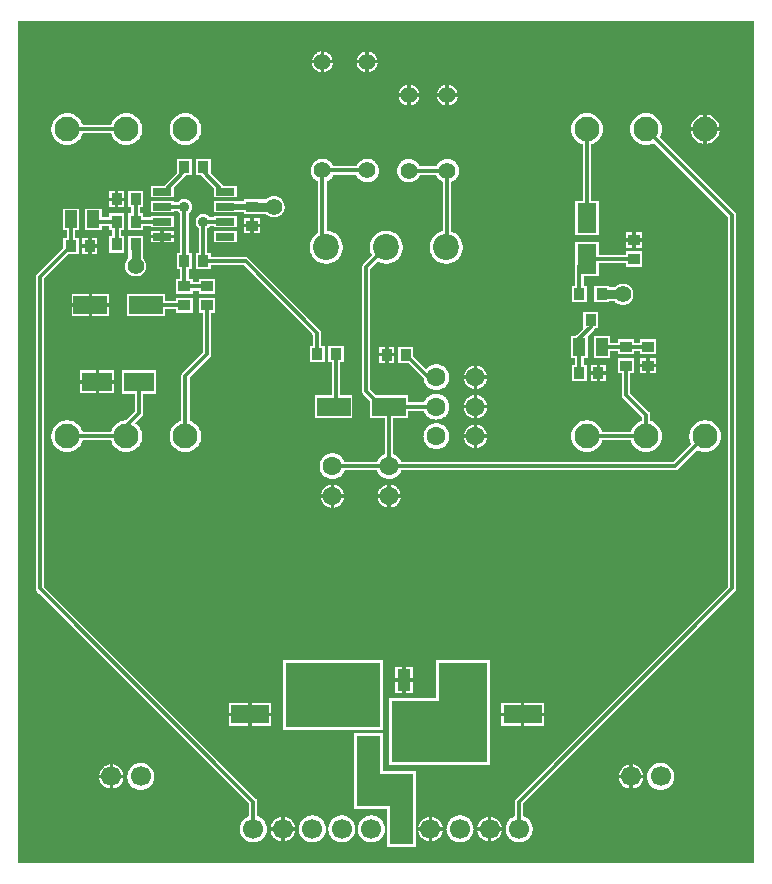
<source format=gtl>
%FSLAX46Y46*%
%MOMM*%
%ADD10C,0.300000*%
%ADD12C,0.500000*%
%ADD11C,0.800000*%
%AMPS15*
1,1,2.100000,0.000000,0.000000*
%
%ADD15PS15*%
%AMPS26*
1,1,1.600000,0.000000,0.000000*
%
%ADD26PS26*%
%AMPS29*
1,1,1.600000,0.000000,0.000000*
%
%ADD29PS29*%
%AMPS43*
1,1,1.600000,0.000000,0.000000*
%
%ADD43PS43*%
%AMPS16*
1,1,1.700000,0.000000,0.000000*
%
%ADD16PS16*%
%AMPS37*
1,1,1.700000,0.000000,0.000000*
%
%ADD37PS37*%
%AMPS40*
1,1,2.200000,0.000000,0.000000*
%
%ADD40PS40*%
%AMPS32*
1,1,1.400000,0.000000,0.000000*
%
%ADD32PS32*%
%AMPS39*
1,1,1.400000,0.000000,0.000000*
%
%ADD39PS39*%
%AMPS19*
1,1,1.400000,0.000000,0.000000*
%
%ADD19PS19*%
%AMPS38*
1,1,1.400000,0.000000,0.000000*
%
%ADD38PS38*%
%AMPS33*
21,1,0.600000,1.550000,0.000000,0.000000,90.000000*
%
%ADD33PS33*%
%AMPS34*
21,1,0.600000,1.550000,0.000000,0.000000,270.000000*
%
%ADD34PS34*%
%AMPS36*
21,1,1.600000,2.500000,0.000000,0.000000,0.000000*
%
%ADD36PS36*%
%AMPS42*
21,1,1.600000,2.500000,0.000000,0.000000,90.000000*
%
%ADD42PS42*%
%AMPS35*
21,1,1.600000,2.500000,0.000000,0.000000,180.000000*
%
%ADD35PS35*%
%AMPS41*
21,1,1.600000,2.500000,0.000000,0.000000,270.000000*
%
%ADD41PS41*%
%AMPS28*
21,1,0.900000,1.000000,0.000000,0.000000,0.000000*
%
%ADD28PS28*%
%AMPS27*
21,1,0.900000,1.000000,0.000000,0.000000,180.000000*
%
%ADD27PS27*%
%AMPS25*
21,1,1.600000,3.200000,0.000000,0.000000,90.000000*
%
%ADD25PS25*%
%AMPS24*
21,1,1.600000,3.200000,0.000000,0.000000,270.000000*
%
%ADD24PS24*%
%AMPS30*
21,1,1.450000,1.000000,0.000000,0.000000,90.000000*
%
%ADD30PS30*%
%AMPS31*
21,1,1.450000,1.000000,0.000000,0.000000,270.000000*
%
%ADD31PS31*%
%AMPS14*
21,1,1.500000,2.800000,0.000000,0.000000,90.000000*
%
%ADD14PS14*%
%AMPS13*
21,1,1.500000,2.800000,0.000000,0.000000,270.000000*
%
%ADD13PS13*%
%AMPS18*
21,1,1.800000,1.100000,0.000000,0.000000,90.000000*
%
%ADD18PS18*%
%AMPS17*
21,1,1.800000,1.100000,0.000000,0.000000,270.000000*
%
%ADD17PS17*%
%AMPS23*
21,1,1.000000,0.900000,0.000000,0.000000,0.000000*
%
%ADD23PS23*%
%AMPS21*
21,1,1.000000,0.900000,0.000000,0.000000,90.000000*
%
%ADD21PS21*%
%AMPS22*
21,1,1.000000,0.900000,0.000000,0.000000,180.000000*
%
%ADD22PS22*%
%AMPS20*
21,1,1.000000,0.900000,0.000000,0.000000,270.000000*
%
%ADD20PS20*%
%AMPS47*
1,1,1.400000,0.000000,0.000000*
%
%ADD47PS47*%
%AMPS45*
1,1,0.700000,0.000000,0.000000*
%
%ADD45PS45*%
%AMPS46*
1,1,0.900000,0.000000,0.000000*
%
%ADD46PS46*%
%AMPS44*
1,1,0.700000,0.000000,0.000000*
%
%ADD44PS44*%
G01*
%LPD*%
G36*
X62640000Y360000D02*
X62640000Y71640000D01*
X360000Y71640000D01*
X360000Y360000D01*
X62640000Y360000D01*
D02*
G37*
%LPC*%
G36*
X30766635Y68350000D02*
X30040000Y68350000D01*
X30040000Y69076635D01*
X30063679Y69073122D01*
X30148413Y69051897D01*
X30230680Y69022462D01*
X30309653Y68985110D01*
X30384582Y68940200D01*
X30454758Y68888154D01*
X30519486Y68829486D01*
X30578154Y68764758D01*
X30630200Y68694582D01*
X30675110Y68619653D01*
X30712462Y68540680D01*
X30741897Y68458413D01*
X30763122Y68373679D01*
X30766635Y68350000D01*
D02*
G37*
%LPC*%
G36*
X29740000Y68350000D02*
X29013365Y68350000D01*
X29016878Y68373679D01*
X29038103Y68458413D01*
X29067538Y68540680D01*
X29104890Y68619653D01*
X29149800Y68694582D01*
X29201846Y68764758D01*
X29260514Y68829486D01*
X29325242Y68888154D01*
X29395418Y68940200D01*
X29470347Y68985110D01*
X29549320Y69022462D01*
X29631587Y69051897D01*
X29716321Y69073122D01*
X29740000Y69076635D01*
X29740000Y68350000D01*
D02*
G37*
%LPC*%
G36*
X26976635Y68350000D02*
X26250000Y68350000D01*
X26250000Y69076635D01*
X26273679Y69073122D01*
X26358413Y69051897D01*
X26440680Y69022462D01*
X26519653Y68985110D01*
X26594582Y68940200D01*
X26664758Y68888154D01*
X26729486Y68829486D01*
X26788154Y68764758D01*
X26840200Y68694582D01*
X26885110Y68619653D01*
X26922462Y68540680D01*
X26951897Y68458413D01*
X26973122Y68373679D01*
X26976635Y68350000D01*
D02*
G37*
%LPC*%
G36*
X25950000Y68350000D02*
X25223365Y68350000D01*
X25226878Y68373679D01*
X25248103Y68458413D01*
X25277538Y68540680D01*
X25314890Y68619653D01*
X25359800Y68694582D01*
X25411846Y68764758D01*
X25470514Y68829486D01*
X25535242Y68888154D01*
X25605418Y68940200D01*
X25680347Y68985110D01*
X25759320Y69022462D01*
X25841587Y69051897D01*
X25926321Y69073122D01*
X25950000Y69076635D01*
X25950000Y68350000D01*
D02*
G37*
%LPC*%
G36*
X30040000Y67323365D02*
X30040000Y68050000D01*
X30766635Y68050000D01*
X30763122Y68026321D01*
X30741897Y67941587D01*
X30712462Y67859320D01*
X30675110Y67780347D01*
X30630200Y67705418D01*
X30578154Y67635242D01*
X30519486Y67570514D01*
X30454758Y67511846D01*
X30384582Y67459800D01*
X30309653Y67414890D01*
X30230680Y67377538D01*
X30148413Y67348103D01*
X30063679Y67326878D01*
X30040000Y67323365D01*
D02*
G37*
%LPC*%
G36*
X25950000Y67323365D02*
X25926321Y67326878D01*
X25841587Y67348103D01*
X25759320Y67377538D01*
X25680347Y67414890D01*
X25605418Y67459800D01*
X25535242Y67511846D01*
X25470514Y67570514D01*
X25411846Y67635242D01*
X25359800Y67705418D01*
X25314890Y67780347D01*
X25277538Y67859320D01*
X25248103Y67941587D01*
X25226878Y68026321D01*
X25223365Y68050000D01*
X25950000Y68050000D01*
X25950000Y67323365D01*
D02*
G37*
%LPC*%
G36*
X26250000Y67323365D02*
X26250000Y68050000D01*
X26976635Y68050000D01*
X26973122Y68026321D01*
X26951897Y67941587D01*
X26922462Y67859320D01*
X26885110Y67780347D01*
X26840200Y67705418D01*
X26788154Y67635242D01*
X26729486Y67570514D01*
X26664758Y67511846D01*
X26594582Y67459800D01*
X26519653Y67414890D01*
X26440680Y67377538D01*
X26358413Y67348103D01*
X26273679Y67326878D01*
X26250000Y67323365D01*
D02*
G37*
%LPC*%
G36*
X29740000Y67323365D02*
X29716321Y67326878D01*
X29631587Y67348103D01*
X29549320Y67377538D01*
X29470347Y67414890D01*
X29395418Y67459800D01*
X29325242Y67511846D01*
X29260514Y67570514D01*
X29201846Y67635242D01*
X29149800Y67705418D01*
X29104890Y67780347D01*
X29067538Y67859320D01*
X29038103Y67941587D01*
X29016878Y68026321D01*
X29013365Y68050000D01*
X29740000Y68050000D01*
X29740000Y67323365D01*
D02*
G37*
%LPC*%
G36*
X37546635Y65530000D02*
X36820000Y65530000D01*
X36820000Y66256635D01*
X36843679Y66253122D01*
X36928413Y66231897D01*
X37010680Y66202462D01*
X37089653Y66165110D01*
X37164582Y66120200D01*
X37234758Y66068154D01*
X37299486Y66009486D01*
X37358154Y65944758D01*
X37410200Y65874582D01*
X37455110Y65799653D01*
X37492462Y65720680D01*
X37521897Y65638413D01*
X37543122Y65553679D01*
X37546635Y65530000D01*
D02*
G37*
%LPC*%
G36*
X36520000Y65530000D02*
X35793365Y65530000D01*
X35796878Y65553679D01*
X35818103Y65638413D01*
X35847538Y65720680D01*
X35884890Y65799653D01*
X35929800Y65874582D01*
X35981846Y65944758D01*
X36040514Y66009486D01*
X36105242Y66068154D01*
X36175418Y66120200D01*
X36250347Y66165110D01*
X36329320Y66202462D01*
X36411587Y66231897D01*
X36496321Y66253122D01*
X36520000Y66256635D01*
X36520000Y65530000D01*
D02*
G37*
%LPC*%
G36*
X34296635Y65530000D02*
X33570000Y65530000D01*
X33570000Y66256635D01*
X33593679Y66253122D01*
X33678413Y66231897D01*
X33760680Y66202462D01*
X33839653Y66165110D01*
X33914582Y66120200D01*
X33984758Y66068154D01*
X34049486Y66009486D01*
X34108154Y65944758D01*
X34160200Y65874582D01*
X34205110Y65799653D01*
X34242462Y65720680D01*
X34271897Y65638413D01*
X34293122Y65553679D01*
X34296635Y65530000D01*
D02*
G37*
%LPC*%
G36*
X33270000Y65530000D02*
X32543365Y65530000D01*
X32546878Y65553679D01*
X32568103Y65638413D01*
X32597538Y65720680D01*
X32634890Y65799653D01*
X32679800Y65874582D01*
X32731846Y65944758D01*
X32790514Y66009486D01*
X32855242Y66068154D01*
X32925418Y66120200D01*
X33000347Y66165110D01*
X33079320Y66202462D01*
X33161587Y66231897D01*
X33246321Y66253122D01*
X33270000Y66256635D01*
X33270000Y65530000D01*
D02*
G37*
%LPC*%
G36*
X36820000Y64503365D02*
X36820000Y65230000D01*
X37546635Y65230000D01*
X37543122Y65206321D01*
X37521897Y65121587D01*
X37492462Y65039320D01*
X37455110Y64960347D01*
X37410200Y64885418D01*
X37358154Y64815242D01*
X37299486Y64750514D01*
X37234758Y64691846D01*
X37164582Y64639800D01*
X37089653Y64594890D01*
X37010680Y64557538D01*
X36928413Y64528103D01*
X36843679Y64506878D01*
X36820000Y64503365D01*
D02*
G37*
%LPC*%
G36*
X36520000Y64503365D02*
X36496321Y64506878D01*
X36411587Y64528103D01*
X36329320Y64557538D01*
X36250347Y64594890D01*
X36175418Y64639800D01*
X36105242Y64691846D01*
X36040514Y64750514D01*
X35981846Y64815242D01*
X35929800Y64885418D01*
X35884890Y64960347D01*
X35847538Y65039320D01*
X35818103Y65121587D01*
X35796878Y65206321D01*
X35793365Y65230000D01*
X36520000Y65230000D01*
X36520000Y64503365D01*
D02*
G37*
%LPC*%
G36*
X33570000Y64503365D02*
X33570000Y65230000D01*
X34296635Y65230000D01*
X34293122Y65206321D01*
X34271897Y65121587D01*
X34242462Y65039320D01*
X34205110Y64960347D01*
X34160200Y64885418D01*
X34108154Y64815242D01*
X34049486Y64750514D01*
X33984758Y64691846D01*
X33914582Y64639800D01*
X33839653Y64594890D01*
X33760680Y64557538D01*
X33678413Y64528103D01*
X33593679Y64506878D01*
X33570000Y64503365D01*
D02*
G37*
%LPC*%
G36*
X33270000Y64503365D02*
X33246321Y64506878D01*
X33161587Y64528103D01*
X33079320Y64557538D01*
X33000347Y64594890D01*
X32925418Y64639800D01*
X32855242Y64691846D01*
X32790514Y64750514D01*
X32731846Y64815242D01*
X32679800Y64885418D01*
X32634890Y64960347D01*
X32597538Y65039320D01*
X32568103Y65121587D01*
X32546878Y65206321D01*
X32543365Y65230000D01*
X33270000Y65230000D01*
X33270000Y64503365D01*
D02*
G37*
%LPC*%
G36*
X9500000Y61154643D02*
X9368140Y61161123D01*
X9237532Y61180496D01*
X9109471Y61212574D01*
X8985153Y61257055D01*
X8865802Y61313504D01*
X8752555Y61381381D01*
X8646521Y61460022D01*
X8548690Y61548690D01*
X8460022Y61646521D01*
X8381381Y61752555D01*
X8313504Y61865802D01*
X8257054Y61985156D01*
X8199862Y62145000D01*
X5800138Y62145000D01*
X5742946Y61985156D01*
X5686496Y61865802D01*
X5618619Y61752555D01*
X5539978Y61646521D01*
X5451310Y61548690D01*
X5353479Y61460022D01*
X5247445Y61381381D01*
X5134198Y61313504D01*
X5014847Y61257055D01*
X4890529Y61212574D01*
X4762468Y61180496D01*
X4631860Y61161123D01*
X4500000Y61154643D01*
X4368140Y61161123D01*
X4237532Y61180496D01*
X4109471Y61212574D01*
X3985153Y61257055D01*
X3865802Y61313504D01*
X3752555Y61381381D01*
X3646521Y61460022D01*
X3548690Y61548690D01*
X3460022Y61646521D01*
X3381381Y61752555D01*
X3313504Y61865802D01*
X3257055Y61985153D01*
X3212574Y62109471D01*
X3180496Y62237532D01*
X3161123Y62368140D01*
X3154643Y62500000D01*
X3161123Y62631860D01*
X3180496Y62762468D01*
X3212574Y62890529D01*
X3257055Y63014847D01*
X3313504Y63134198D01*
X3381381Y63247445D01*
X3460022Y63353479D01*
X3548690Y63451310D01*
X3646521Y63539978D01*
X3752555Y63618619D01*
X3865802Y63686496D01*
X3985153Y63742945D01*
X4109471Y63787426D01*
X4237532Y63819504D01*
X4368140Y63838877D01*
X4500000Y63845357D01*
X4631860Y63838877D01*
X4762468Y63819504D01*
X4890529Y63787426D01*
X5014847Y63742945D01*
X5134198Y63686496D01*
X5247445Y63618619D01*
X5353479Y63539978D01*
X5451310Y63451310D01*
X5539978Y63353479D01*
X5618619Y63247445D01*
X5686496Y63134198D01*
X5742946Y63014844D01*
X5800138Y62855000D01*
X8199862Y62855000D01*
X8257054Y63014844D01*
X8313504Y63134198D01*
X8381381Y63247445D01*
X8460022Y63353479D01*
X8548690Y63451310D01*
X8646521Y63539978D01*
X8752555Y63618619D01*
X8865802Y63686496D01*
X8985153Y63742945D01*
X9109471Y63787426D01*
X9237532Y63819504D01*
X9368140Y63838877D01*
X9500000Y63845357D01*
X9631860Y63838877D01*
X9762468Y63819504D01*
X9890529Y63787426D01*
X10014847Y63742945D01*
X10134198Y63686496D01*
X10247445Y63618619D01*
X10353479Y63539978D01*
X10451310Y63451310D01*
X10539978Y63353479D01*
X10618619Y63247445D01*
X10686496Y63134198D01*
X10742945Y63014847D01*
X10787426Y62890529D01*
X10819504Y62762468D01*
X10838877Y62631860D01*
X10845357Y62500000D01*
X10838877Y62368140D01*
X10819504Y62237532D01*
X10787426Y62109471D01*
X10742945Y61985153D01*
X10686496Y61865802D01*
X10618619Y61752555D01*
X10539978Y61646521D01*
X10451310Y61548690D01*
X10353479Y61460022D01*
X10247445Y61381381D01*
X10134198Y61313504D01*
X10014847Y61257055D01*
X9890529Y61212574D01*
X9762468Y61180496D01*
X9631860Y61161123D01*
X9500000Y61154643D01*
D02*
G37*
%LPC*%
G36*
X14500000Y61154643D02*
X14368140Y61161123D01*
X14237532Y61180496D01*
X14109471Y61212574D01*
X13985153Y61257055D01*
X13865802Y61313504D01*
X13752555Y61381381D01*
X13646521Y61460022D01*
X13548690Y61548690D01*
X13460022Y61646521D01*
X13381381Y61752555D01*
X13313504Y61865802D01*
X13257055Y61985153D01*
X13212574Y62109471D01*
X13180496Y62237532D01*
X13161123Y62368140D01*
X13154643Y62500000D01*
X13161123Y62631860D01*
X13180496Y62762468D01*
X13212574Y62890529D01*
X13257055Y63014847D01*
X13313504Y63134198D01*
X13381381Y63247445D01*
X13460022Y63353479D01*
X13548690Y63451310D01*
X13646521Y63539978D01*
X13752555Y63618619D01*
X13865802Y63686496D01*
X13985153Y63742945D01*
X14109471Y63787426D01*
X14237532Y63819504D01*
X14368140Y63838877D01*
X14500000Y63845357D01*
X14631860Y63838877D01*
X14762468Y63819504D01*
X14890529Y63787426D01*
X15014847Y63742945D01*
X15134198Y63686496D01*
X15247445Y63618619D01*
X15353479Y63539978D01*
X15451310Y63451310D01*
X15539978Y63353479D01*
X15618619Y63247445D01*
X15686496Y63134198D01*
X15742945Y63014847D01*
X15787426Y62890529D01*
X15819504Y62762468D01*
X15838877Y62631860D01*
X15845357Y62500000D01*
X15838877Y62368140D01*
X15819504Y62237532D01*
X15787426Y62109471D01*
X15742945Y61985153D01*
X15686496Y61865802D01*
X15618619Y61752555D01*
X15539978Y61646521D01*
X15451310Y61548690D01*
X15353479Y61460022D01*
X15247445Y61381381D01*
X15134198Y61313504D01*
X15014847Y61257055D01*
X14890529Y61212574D01*
X14762468Y61180496D01*
X14631860Y61161123D01*
X14500000Y61154643D01*
D02*
G37*
%LPC*%
G36*
X42749000Y2094645D02*
X42636736Y2100160D01*
X42525547Y2116654D01*
X42416519Y2143964D01*
X42310695Y2181828D01*
X42209090Y2229883D01*
X42112672Y2287674D01*
X42022391Y2354631D01*
X41939112Y2430112D01*
X41863631Y2513391D01*
X41796674Y2603672D01*
X41738883Y2700090D01*
X41690828Y2801695D01*
X41652964Y2907519D01*
X41625654Y3016547D01*
X41609160Y3127736D01*
X41603645Y3240000D01*
X41609160Y3352264D01*
X41625654Y3463453D01*
X41652964Y3572481D01*
X41690828Y3678305D01*
X41738883Y3779910D01*
X41796674Y3876328D01*
X41863631Y3966609D01*
X41939112Y4049888D01*
X42022391Y4125369D01*
X42112672Y4192326D01*
X42209090Y4250117D01*
X42310687Y4298168D01*
X42394000Y4327978D01*
X42394000Y5560066D01*
X42399849Y5619451D01*
X42420106Y5686229D01*
X42453003Y5747777D01*
X42496779Y5801122D01*
X42504551Y5807598D01*
X60445000Y23748047D01*
X60445000Y55052953D01*
X54168314Y61329640D01*
X54014847Y61257055D01*
X53890529Y61212574D01*
X53762468Y61180496D01*
X53631860Y61161123D01*
X53500000Y61154643D01*
X53368140Y61161123D01*
X53237532Y61180496D01*
X53109471Y61212574D01*
X52985153Y61257055D01*
X52865802Y61313504D01*
X52752555Y61381381D01*
X52646521Y61460022D01*
X52548690Y61548690D01*
X52460022Y61646521D01*
X52381381Y61752555D01*
X52313504Y61865802D01*
X52257055Y61985153D01*
X52212574Y62109471D01*
X52180496Y62237532D01*
X52161123Y62368140D01*
X52154643Y62500000D01*
X52161123Y62631860D01*
X52180496Y62762468D01*
X52212574Y62890529D01*
X52257055Y63014847D01*
X52313504Y63134198D01*
X52381381Y63247445D01*
X52460022Y63353479D01*
X52548690Y63451310D01*
X52646521Y63539978D01*
X52752555Y63618619D01*
X52865802Y63686496D01*
X52985153Y63742945D01*
X53109471Y63787426D01*
X53237532Y63819504D01*
X53368140Y63838877D01*
X53500000Y63845357D01*
X53631860Y63838877D01*
X53762468Y63819504D01*
X53890529Y63787426D01*
X54014847Y63742945D01*
X54134198Y63686496D01*
X54247445Y63618619D01*
X54353479Y63539978D01*
X54451310Y63451310D01*
X54539978Y63353479D01*
X54618619Y63247445D01*
X54686496Y63134198D01*
X54742945Y63014847D01*
X54787426Y62890529D01*
X54819504Y62762468D01*
X54838877Y62631860D01*
X54845357Y62500000D01*
X54838877Y62368140D01*
X54819504Y62237532D01*
X54787426Y62109471D01*
X54742945Y61985153D01*
X54670360Y61831686D01*
X61058148Y55443897D01*
X61095996Y55397776D01*
X61128893Y55336229D01*
X61149151Y55269451D01*
X61155000Y55210077D01*
X61155000Y23590923D01*
X61149151Y23531548D01*
X61128893Y23464770D01*
X61095996Y23403222D01*
X61052220Y23349877D01*
X61044448Y23343401D01*
X43104000Y5402953D01*
X43104000Y4327978D01*
X43187313Y4298168D01*
X43288910Y4250117D01*
X43385328Y4192326D01*
X43475609Y4125369D01*
X43558888Y4049888D01*
X43634369Y3966609D01*
X43701326Y3876328D01*
X43759117Y3779910D01*
X43807172Y3678305D01*
X43845036Y3572481D01*
X43872346Y3463453D01*
X43888840Y3352264D01*
X43894355Y3240000D01*
X43888840Y3127736D01*
X43872346Y3016547D01*
X43845036Y2907519D01*
X43807172Y2801695D01*
X43759117Y2700090D01*
X43701326Y2603672D01*
X43634369Y2513391D01*
X43558888Y2430112D01*
X43475609Y2354631D01*
X43385328Y2287674D01*
X43288910Y2229883D01*
X43187305Y2181828D01*
X43081481Y2143964D01*
X42972453Y2116654D01*
X42861264Y2100160D01*
X42749000Y2094645D01*
D02*
G37*
%LPC*%
G36*
X49495000Y53555000D02*
X47505000Y53555000D01*
X47505000Y56445000D01*
X48145000Y56445000D01*
X48145000Y61199862D01*
X47985156Y61257054D01*
X47865802Y61313504D01*
X47752555Y61381381D01*
X47646521Y61460022D01*
X47548690Y61548690D01*
X47460022Y61646521D01*
X47381381Y61752555D01*
X47313504Y61865802D01*
X47257055Y61985153D01*
X47212574Y62109471D01*
X47180496Y62237532D01*
X47161123Y62368140D01*
X47154643Y62500000D01*
X47161123Y62631860D01*
X47180496Y62762468D01*
X47212574Y62890529D01*
X47257055Y63014847D01*
X47313504Y63134198D01*
X47381381Y63247445D01*
X47460022Y63353479D01*
X47548690Y63451310D01*
X47646521Y63539978D01*
X47752555Y63618619D01*
X47865802Y63686496D01*
X47985153Y63742945D01*
X48109471Y63787426D01*
X48237532Y63819504D01*
X48368140Y63838877D01*
X48500000Y63845357D01*
X48631860Y63838877D01*
X48762468Y63819504D01*
X48890529Y63787426D01*
X49014847Y63742945D01*
X49134198Y63686496D01*
X49247445Y63618619D01*
X49353479Y63539978D01*
X49451310Y63451310D01*
X49539978Y63353479D01*
X49618619Y63247445D01*
X49686496Y63134198D01*
X49742945Y63014847D01*
X49787426Y62890529D01*
X49819504Y62762468D01*
X49838877Y62631860D01*
X49845357Y62500000D01*
X49838877Y62368140D01*
X49819504Y62237532D01*
X49787426Y62109471D01*
X49742945Y61985153D01*
X49686496Y61865802D01*
X49618619Y61752555D01*
X49539978Y61646521D01*
X49451310Y61548690D01*
X49353479Y61460022D01*
X49247445Y61381381D01*
X49134198Y61313504D01*
X49014844Y61257054D01*
X48855000Y61199862D01*
X48855000Y56445000D01*
X49495000Y56445000D01*
X49495000Y53555000D01*
D02*
G37*
%LPC*%
G36*
X58350000Y62650000D02*
X57269963Y62650000D01*
X57283603Y62741959D01*
X57313176Y62860021D01*
X57354177Y62974613D01*
X57406213Y63084634D01*
X57468794Y63189044D01*
X57541286Y63286786D01*
X57623026Y63376974D01*
X57713214Y63458714D01*
X57810956Y63531206D01*
X57915366Y63593787D01*
X58025387Y63645823D01*
X58139979Y63686824D01*
X58258041Y63716397D01*
X58350000Y63730037D01*
X58350000Y62650000D01*
D02*
G37*
%LPC*%
G36*
X59730037Y62650000D02*
X58650000Y62650000D01*
X58650000Y63730037D01*
X58741959Y63716397D01*
X58860021Y63686824D01*
X58974613Y63645823D01*
X59084634Y63593787D01*
X59189044Y63531206D01*
X59286786Y63458714D01*
X59376974Y63376974D01*
X59458714Y63286786D01*
X59531206Y63189044D01*
X59593787Y63084634D01*
X59645823Y62974613D01*
X59686824Y62860021D01*
X59716397Y62741959D01*
X59730037Y62650000D01*
D02*
G37*
%LPC*%
G36*
X58650000Y61269963D02*
X58650000Y62350000D01*
X59730037Y62350000D01*
X59716397Y62258041D01*
X59686824Y62139979D01*
X59645823Y62025387D01*
X59593787Y61915366D01*
X59531206Y61810956D01*
X59458714Y61713214D01*
X59376974Y61623026D01*
X59286786Y61541286D01*
X59189044Y61468794D01*
X59084634Y61406213D01*
X58974613Y61354177D01*
X58860021Y61313176D01*
X58741959Y61283603D01*
X58650000Y61269963D01*
D02*
G37*
%LPC*%
G36*
X58350000Y61269963D02*
X58258041Y61283603D01*
X58139979Y61313176D01*
X58025387Y61354177D01*
X57915366Y61406213D01*
X57810956Y61468794D01*
X57713214Y61541286D01*
X57623026Y61623026D01*
X57541286Y61713214D01*
X57468794Y61810956D01*
X57406213Y61915366D01*
X57354177Y62025387D01*
X57313176Y62139979D01*
X57283603Y62258041D01*
X57269963Y62350000D01*
X58350000Y62350000D01*
X58350000Y61269963D01*
D02*
G37*
%LPC*%
G36*
X26420000Y51104645D02*
X26283231Y51111364D01*
X26147774Y51131458D01*
X26014948Y51164729D01*
X25886023Y51210859D01*
X25762236Y51269406D01*
X25644784Y51339804D01*
X25534794Y51421378D01*
X25433335Y51513335D01*
X25341378Y51614794D01*
X25259804Y51724784D01*
X25189406Y51842236D01*
X25130859Y51966023D01*
X25084729Y52094948D01*
X25051458Y52227774D01*
X25031364Y52363231D01*
X25024645Y52500000D01*
X25031364Y52636769D01*
X25051458Y52772226D01*
X25084729Y52905052D01*
X25130859Y53033977D01*
X25189406Y53157764D01*
X25259804Y53275216D01*
X25341378Y53385206D01*
X25433335Y53486665D01*
X25534794Y53578622D01*
X25644787Y53660198D01*
X25745000Y53720264D01*
X25745000Y58068159D01*
X25630791Y58122177D01*
X25547014Y58172390D01*
X25468551Y58230582D01*
X25396178Y58296178D01*
X25330582Y58368551D01*
X25272390Y58447014D01*
X25222177Y58530791D01*
X25180410Y58619099D01*
X25147504Y58711063D01*
X25123773Y58805808D01*
X25109438Y58902438D01*
X25104645Y59000000D01*
X25109438Y59097562D01*
X25123773Y59194192D01*
X25147504Y59288937D01*
X25180410Y59380901D01*
X25222177Y59469209D01*
X25272390Y59552986D01*
X25330582Y59631449D01*
X25396178Y59703822D01*
X25468551Y59769418D01*
X25547014Y59827610D01*
X25630791Y59877823D01*
X25719099Y59919590D01*
X25811063Y59952496D01*
X25905808Y59976227D01*
X26002438Y59990562D01*
X26100000Y59995355D01*
X26197562Y59990562D01*
X26294192Y59976227D01*
X26388937Y59952496D01*
X26480901Y59919590D01*
X26569209Y59877823D01*
X26652986Y59827610D01*
X26731449Y59769418D01*
X26803822Y59703822D01*
X26869418Y59631449D01*
X26927610Y59552986D01*
X26977823Y59469209D01*
X27031841Y59355000D01*
X28958159Y59355000D01*
X29012177Y59469209D01*
X29062390Y59552986D01*
X29120582Y59631449D01*
X29186178Y59703822D01*
X29258551Y59769418D01*
X29337014Y59827610D01*
X29420791Y59877823D01*
X29509099Y59919590D01*
X29601063Y59952496D01*
X29695808Y59976227D01*
X29792438Y59990562D01*
X29890000Y59995355D01*
X29987562Y59990562D01*
X30084192Y59976227D01*
X30178937Y59952496D01*
X30270901Y59919590D01*
X30359209Y59877823D01*
X30442986Y59827610D01*
X30521449Y59769418D01*
X30593822Y59703822D01*
X30659418Y59631449D01*
X30717610Y59552986D01*
X30767823Y59469209D01*
X30809590Y59380901D01*
X30842496Y59288937D01*
X30866227Y59194192D01*
X30880562Y59097562D01*
X30885355Y59000000D01*
X30880562Y58902438D01*
X30866227Y58805808D01*
X30842496Y58711063D01*
X30809590Y58619099D01*
X30767823Y58530791D01*
X30717610Y58447014D01*
X30659418Y58368551D01*
X30593822Y58296178D01*
X30521449Y58230582D01*
X30442986Y58172390D01*
X30359209Y58122177D01*
X30270901Y58080410D01*
X30178937Y58047504D01*
X30084192Y58023773D01*
X29987562Y58009438D01*
X29890000Y58004645D01*
X29792438Y58009438D01*
X29695808Y58023773D01*
X29601063Y58047504D01*
X29509099Y58080410D01*
X29420791Y58122177D01*
X29337014Y58172390D01*
X29258551Y58230582D01*
X29186178Y58296178D01*
X29120582Y58368551D01*
X29062390Y58447014D01*
X29012177Y58530791D01*
X28958159Y58645000D01*
X27031841Y58645000D01*
X26977823Y58530791D01*
X26927610Y58447014D01*
X26869418Y58368551D01*
X26803822Y58296178D01*
X26731449Y58230582D01*
X26652986Y58172390D01*
X26569209Y58122177D01*
X26455000Y58068159D01*
X26455000Y53893636D01*
X26556768Y53888636D01*
X26692226Y53868542D01*
X26825052Y53835271D01*
X26953977Y53789141D01*
X27077764Y53730594D01*
X27195216Y53660196D01*
X27305206Y53578622D01*
X27406665Y53486665D01*
X27498622Y53385206D01*
X27580196Y53275216D01*
X27650594Y53157764D01*
X27709141Y53033977D01*
X27755271Y52905052D01*
X27788542Y52772226D01*
X27808636Y52636769D01*
X27815355Y52500000D01*
X27808636Y52363231D01*
X27788542Y52227774D01*
X27755271Y52094948D01*
X27709141Y51966023D01*
X27650594Y51842236D01*
X27580196Y51724784D01*
X27498622Y51614794D01*
X27406665Y51513335D01*
X27305206Y51421378D01*
X27195216Y51339804D01*
X27077764Y51269406D01*
X26953977Y51210859D01*
X26825052Y51164729D01*
X26692226Y51131458D01*
X26556769Y51111364D01*
X26420000Y51104645D01*
D02*
G37*
%LPC*%
G36*
X18850000Y56705000D02*
X16910000Y56705000D01*
X16910000Y57507953D01*
X15827953Y58590000D01*
X15365000Y58590000D01*
X15365000Y59980000D01*
X16655000Y59980000D01*
X16655000Y58767047D01*
X17727047Y57695000D01*
X18850000Y57695000D01*
X18850000Y56705000D01*
D02*
G37*
%LPC*%
G36*
X13510000Y56705000D02*
X11570000Y56705000D01*
X11570000Y57695000D01*
X12692953Y57695000D01*
X13765000Y58767047D01*
X13765000Y59980000D01*
X15055000Y59980000D01*
X15055000Y58590000D01*
X14592047Y58590000D01*
X13510000Y57507953D01*
X13510000Y56705000D01*
D02*
G37*
%LPC*%
G36*
X36580000Y51104645D02*
X36443231Y51111364D01*
X36307774Y51131458D01*
X36174948Y51164729D01*
X36046023Y51210859D01*
X35922236Y51269406D01*
X35804784Y51339804D01*
X35694794Y51421378D01*
X35593335Y51513335D01*
X35501378Y51614794D01*
X35419804Y51724784D01*
X35349406Y51842236D01*
X35290859Y51966023D01*
X35244729Y52094948D01*
X35211458Y52227774D01*
X35191364Y52363231D01*
X35184645Y52500000D01*
X35191364Y52636769D01*
X35211458Y52772226D01*
X35244729Y52905052D01*
X35290859Y53033977D01*
X35349406Y53157764D01*
X35419804Y53275216D01*
X35501378Y53385206D01*
X35593335Y53486665D01*
X35694794Y53578622D01*
X35804784Y53660196D01*
X35922236Y53730594D01*
X36046023Y53789141D01*
X36174948Y53835271D01*
X36315000Y53870352D01*
X36315000Y58048159D01*
X36200791Y58102177D01*
X36117014Y58152390D01*
X36038551Y58210582D01*
X35966178Y58276178D01*
X35900582Y58348551D01*
X35842390Y58427014D01*
X35792177Y58510791D01*
X35738159Y58625000D01*
X34351841Y58625000D01*
X34297823Y58510791D01*
X34247610Y58427014D01*
X34189418Y58348551D01*
X34123822Y58276178D01*
X34051449Y58210582D01*
X33972986Y58152390D01*
X33889209Y58102177D01*
X33800901Y58060410D01*
X33708937Y58027504D01*
X33614192Y58003773D01*
X33517562Y57989438D01*
X33420000Y57984645D01*
X33322438Y57989438D01*
X33225808Y58003773D01*
X33131063Y58027504D01*
X33039099Y58060410D01*
X32950791Y58102177D01*
X32867014Y58152390D01*
X32788551Y58210582D01*
X32716178Y58276178D01*
X32650582Y58348551D01*
X32592390Y58427014D01*
X32542177Y58510791D01*
X32500410Y58599099D01*
X32467504Y58691063D01*
X32443773Y58785808D01*
X32429438Y58882438D01*
X32424645Y58980000D01*
X32429438Y59077562D01*
X32443773Y59174192D01*
X32467504Y59268937D01*
X32500410Y59360901D01*
X32542177Y59449209D01*
X32592390Y59532986D01*
X32650582Y59611449D01*
X32716178Y59683822D01*
X32788551Y59749418D01*
X32867014Y59807610D01*
X32950791Y59857823D01*
X33039099Y59899590D01*
X33131063Y59932496D01*
X33225808Y59956227D01*
X33322438Y59970562D01*
X33420000Y59975355D01*
X33517562Y59970562D01*
X33614192Y59956227D01*
X33708937Y59932496D01*
X33800901Y59899590D01*
X33889209Y59857823D01*
X33972986Y59807610D01*
X34051449Y59749418D01*
X34123822Y59683822D01*
X34189418Y59611449D01*
X34247610Y59532986D01*
X34297823Y59449209D01*
X34351841Y59335000D01*
X35738159Y59335000D01*
X35792177Y59449209D01*
X35842390Y59532986D01*
X35900582Y59611449D01*
X35966178Y59683822D01*
X36038551Y59749418D01*
X36117014Y59807610D01*
X36200791Y59857823D01*
X36289099Y59899590D01*
X36381063Y59932496D01*
X36475808Y59956227D01*
X36572438Y59970562D01*
X36670000Y59975355D01*
X36767562Y59970562D01*
X36864192Y59956227D01*
X36958937Y59932496D01*
X37050901Y59899590D01*
X37139209Y59857823D01*
X37222986Y59807610D01*
X37301449Y59749418D01*
X37373822Y59683822D01*
X37439418Y59611449D01*
X37497610Y59532986D01*
X37547823Y59449209D01*
X37589590Y59360901D01*
X37622496Y59268937D01*
X37646227Y59174192D01*
X37660562Y59077562D01*
X37665355Y58980000D01*
X37660562Y58882438D01*
X37646227Y58785808D01*
X37622496Y58691063D01*
X37589590Y58599099D01*
X37547823Y58510791D01*
X37497610Y58427014D01*
X37439418Y58348551D01*
X37373822Y58276178D01*
X37301449Y58210582D01*
X37222986Y58152390D01*
X37139209Y58102177D01*
X37025000Y58048159D01*
X37025000Y53820978D01*
X37113979Y53789139D01*
X37237764Y53730594D01*
X37355216Y53660196D01*
X37465206Y53578622D01*
X37566665Y53486665D01*
X37658622Y53385206D01*
X37740196Y53275216D01*
X37810594Y53157764D01*
X37869141Y53033977D01*
X37915271Y52905052D01*
X37948542Y52772226D01*
X37968636Y52636769D01*
X37975355Y52500000D01*
X37968636Y52363231D01*
X37948542Y52227774D01*
X37915271Y52094948D01*
X37869141Y51966023D01*
X37810594Y51842236D01*
X37740196Y51724784D01*
X37658622Y51614794D01*
X37566665Y51513335D01*
X37465206Y51421378D01*
X37355216Y51339804D01*
X37237764Y51269406D01*
X37113977Y51210859D01*
X36985052Y51164729D01*
X36852226Y51131458D01*
X36716769Y51111364D01*
X36580000Y51104645D01*
D02*
G37*
%LPC*%
G36*
X10925000Y53965000D02*
X9635000Y53965000D01*
X9635000Y55355000D01*
X9925000Y55355000D01*
X9925000Y55855000D01*
X9635000Y55855000D01*
X9635000Y57245000D01*
X10925000Y57245000D01*
X10925000Y55855000D01*
X10635000Y55855000D01*
X10635000Y55355000D01*
X10925000Y55355000D01*
X10925000Y55015000D01*
X11570000Y55015000D01*
X11570000Y55155000D01*
X13510000Y55155000D01*
X13510000Y54165000D01*
X11570000Y54165000D01*
X11570000Y54305000D01*
X10925000Y54305000D01*
X10925000Y53965000D01*
D02*
G37*
%LPC*%
G36*
X9320000Y56700000D02*
X8830000Y56700000D01*
X8830000Y57240000D01*
X9320000Y57240000D01*
X9320000Y56700000D01*
D02*
G37*
%LPC*%
G36*
X8530000Y56700000D02*
X8040000Y56700000D01*
X8040000Y57240000D01*
X8530000Y57240000D01*
X8530000Y56700000D01*
D02*
G37*
%LPC*%
G36*
X22000000Y55024753D02*
X21911268Y55029113D01*
X21823388Y55042149D01*
X21737224Y55063731D01*
X21653579Y55093661D01*
X21573263Y55131648D01*
X21497079Y55177310D01*
X21425715Y55230237D01*
X21359896Y55289892D01*
X21328077Y55325000D01*
X20845000Y55325000D01*
X20845000Y55285000D01*
X19455000Y55285000D01*
X19455000Y55475000D01*
X18850000Y55475000D01*
X18850000Y55435000D01*
X16910000Y55435000D01*
X16910000Y56425000D01*
X18850000Y56425000D01*
X18850000Y56385000D01*
X19455000Y56385000D01*
X19455000Y56575000D01*
X20845000Y56575000D01*
X20845000Y56535000D01*
X21328077Y56535000D01*
X21359896Y56570108D01*
X21425715Y56629763D01*
X21497079Y56682690D01*
X21573263Y56728352D01*
X21653579Y56766339D01*
X21737224Y56796269D01*
X21823388Y56817851D01*
X21911268Y56830887D01*
X22000000Y56835247D01*
X22088732Y56830887D01*
X22176612Y56817851D01*
X22262776Y56796269D01*
X22346421Y56766339D01*
X22426737Y56728352D01*
X22502921Y56682690D01*
X22574285Y56629763D01*
X22640106Y56570106D01*
X22699763Y56504285D01*
X22752690Y56432921D01*
X22798352Y56356737D01*
X22836339Y56276421D01*
X22866269Y56192776D01*
X22887851Y56106612D01*
X22900887Y56018732D01*
X22905247Y55930000D01*
X22900887Y55841268D01*
X22887851Y55753388D01*
X22866269Y55667224D01*
X22836339Y55583579D01*
X22798352Y55503263D01*
X22752690Y55427079D01*
X22699763Y55355715D01*
X22640106Y55289894D01*
X22574285Y55230237D01*
X22502921Y55177310D01*
X22426737Y55131648D01*
X22346421Y55093661D01*
X22262776Y55063731D01*
X22176612Y55042149D01*
X22088732Y55029113D01*
X22000000Y55024753D01*
D02*
G37*
%LPC*%
G36*
X15105000Y48530000D02*
X13715000Y48530000D01*
X13715000Y49820000D01*
X14055000Y49820000D01*
X14055000Y50610000D01*
X13765000Y50610000D01*
X13765000Y52000000D01*
X14055000Y52000000D01*
X14055000Y55378483D01*
X13994319Y55423485D01*
X13946670Y55466670D01*
X13903485Y55514319D01*
X13858483Y55575000D01*
X13510000Y55575000D01*
X13510000Y55435000D01*
X11570000Y55435000D01*
X11570000Y56425000D01*
X13510000Y56425000D01*
X13510000Y56285000D01*
X13858483Y56285000D01*
X13903485Y56345681D01*
X13946670Y56393330D01*
X13994316Y56436512D01*
X14045966Y56474818D01*
X14101122Y56507877D01*
X14159243Y56535366D01*
X14219790Y56557032D01*
X14282167Y56572655D01*
X14345774Y56582091D01*
X14410000Y56585247D01*
X14474226Y56582091D01*
X14537833Y56572655D01*
X14600210Y56557032D01*
X14660757Y56535366D01*
X14718878Y56507877D01*
X14774034Y56474818D01*
X14825684Y56436512D01*
X14873330Y56393330D01*
X14916512Y56345684D01*
X14954818Y56294034D01*
X14987877Y56238878D01*
X15015366Y56180757D01*
X15037032Y56120210D01*
X15052655Y56057833D01*
X15062091Y55994226D01*
X15065247Y55930000D01*
X15062091Y55865774D01*
X15052655Y55802167D01*
X15037032Y55739790D01*
X15015366Y55679243D01*
X14987877Y55621122D01*
X14954818Y55565966D01*
X14916512Y55514316D01*
X14873330Y55466670D01*
X14825681Y55423485D01*
X14765000Y55378483D01*
X14765000Y52000000D01*
X15055000Y52000000D01*
X15055000Y50610000D01*
X14765000Y50610000D01*
X14765000Y49820000D01*
X15105000Y49820000D01*
X15105000Y49530000D01*
X15645000Y49530000D01*
X15645000Y49820000D01*
X17035000Y49820000D01*
X17035000Y48530000D01*
X15645000Y48530000D01*
X15645000Y48820000D01*
X15105000Y48820000D01*
X15105000Y48530000D01*
D02*
G37*
%LPC*%
G36*
X9320000Y55860000D02*
X8830000Y55860000D01*
X8830000Y56400000D01*
X9320000Y56400000D01*
X9320000Y55860000D01*
D02*
G37*
%LPC*%
G36*
X8530000Y55860000D02*
X8040000Y55860000D01*
X8040000Y56400000D01*
X8530000Y56400000D01*
X8530000Y55860000D01*
D02*
G37*
%LPC*%
G36*
X9325000Y52035000D02*
X8035000Y52035000D01*
X8035000Y53425000D01*
X8325000Y53425000D01*
X8325000Y53965000D01*
X8035000Y53965000D01*
X8035000Y54305000D01*
X7405000Y54305000D01*
X7405000Y53920000D01*
X6015000Y53920000D01*
X6015000Y55760000D01*
X7405000Y55760000D01*
X7405000Y55015000D01*
X8035000Y55015000D01*
X8035000Y55355000D01*
X9325000Y55355000D01*
X9325000Y53965000D01*
X9035000Y53965000D01*
X9035000Y53425000D01*
X9325000Y53425000D01*
X9325000Y52035000D01*
D02*
G37*
%LPC*%
G36*
X20249000Y2094645D02*
X20136736Y2100160D01*
X20025547Y2116654D01*
X19916519Y2143964D01*
X19810695Y2181828D01*
X19709090Y2229883D01*
X19612672Y2287674D01*
X19522391Y2354631D01*
X19439112Y2430112D01*
X19363631Y2513391D01*
X19296674Y2603672D01*
X19238883Y2700090D01*
X19190828Y2801695D01*
X19152964Y2907519D01*
X19125654Y3016547D01*
X19109160Y3127736D01*
X19103645Y3240000D01*
X19109160Y3352264D01*
X19125654Y3463453D01*
X19152964Y3572481D01*
X19190828Y3678305D01*
X19238883Y3779910D01*
X19296674Y3876328D01*
X19363631Y3966609D01*
X19439112Y4049888D01*
X19522391Y4125369D01*
X19612672Y4192326D01*
X19709090Y4250117D01*
X19810687Y4298168D01*
X19894000Y4327978D01*
X19894000Y5403953D01*
X1956214Y23341740D01*
X1948371Y23348157D01*
X1904003Y23402223D01*
X1871106Y23463770D01*
X1850849Y23530548D01*
X1845000Y23589935D01*
X1845000Y50010066D01*
X1850849Y50069451D01*
X1871106Y50136229D01*
X1904003Y50197777D01*
X1947779Y50251122D01*
X1955551Y50257598D01*
X4165000Y52467047D01*
X4165000Y53305000D01*
X4455000Y53305000D01*
X4455000Y53920000D01*
X4115000Y53920000D01*
X4115000Y55760000D01*
X5505000Y55760000D01*
X5505000Y53920000D01*
X5165000Y53920000D01*
X5165000Y53305000D01*
X5455000Y53305000D01*
X5455000Y51915000D01*
X4617047Y51915000D01*
X2555000Y49852953D01*
X2555000Y23747047D01*
X20507148Y5794897D01*
X20544996Y5748776D01*
X20577893Y5687229D01*
X20598151Y5620451D01*
X20604000Y5561077D01*
X20604000Y4327978D01*
X20687313Y4298168D01*
X20788910Y4250117D01*
X20885328Y4192326D01*
X20975609Y4125369D01*
X21058888Y4049888D01*
X21134369Y3966609D01*
X21201326Y3876328D01*
X21259117Y3779910D01*
X21307172Y3678305D01*
X21345036Y3572481D01*
X21372346Y3463453D01*
X21388840Y3352264D01*
X21394355Y3240000D01*
X21388840Y3127736D01*
X21372346Y3016547D01*
X21345036Y2907519D01*
X21307172Y2801695D01*
X21259117Y2700090D01*
X21201326Y2603672D01*
X21134369Y2513391D01*
X21058888Y2430112D01*
X20975609Y2354631D01*
X20885328Y2287674D01*
X20788910Y2229883D01*
X20687305Y2181828D01*
X20581481Y2143964D01*
X20472453Y2116654D01*
X20361264Y2100160D01*
X20249000Y2094645D01*
D02*
G37*
%LPC*%
G36*
X26305000Y42735000D02*
X25015000Y42735000D01*
X25015000Y44125000D01*
X25305000Y44125000D01*
X25305000Y45092953D01*
X19447953Y50950000D01*
X16655000Y50950000D01*
X16655000Y50610000D01*
X15365000Y50610000D01*
X15365000Y52000000D01*
X15655000Y52000000D01*
X15655000Y54108483D01*
X15594319Y54153485D01*
X15546670Y54196670D01*
X15503488Y54244316D01*
X15465182Y54295966D01*
X15432123Y54351122D01*
X15404634Y54409243D01*
X15382968Y54469790D01*
X15367345Y54532167D01*
X15357909Y54595774D01*
X15354753Y54660000D01*
X15357909Y54724226D01*
X15367345Y54787833D01*
X15382968Y54850210D01*
X15404634Y54910757D01*
X15432123Y54968878D01*
X15465182Y55024034D01*
X15503488Y55075684D01*
X15546670Y55123330D01*
X15594316Y55166512D01*
X15645966Y55204818D01*
X15701122Y55237877D01*
X15759243Y55265366D01*
X15819790Y55287032D01*
X15882167Y55302655D01*
X15945774Y55312091D01*
X16010000Y55315247D01*
X16074226Y55312091D01*
X16137833Y55302655D01*
X16200210Y55287032D01*
X16260757Y55265366D01*
X16318878Y55237877D01*
X16374034Y55204818D01*
X16425684Y55166512D01*
X16473330Y55123330D01*
X16516515Y55075681D01*
X16561517Y55015000D01*
X16910000Y55015000D01*
X16910000Y55155000D01*
X18850000Y55155000D01*
X18850000Y54165000D01*
X16910000Y54165000D01*
X16910000Y54305000D01*
X16561517Y54305000D01*
X16516515Y54244319D01*
X16473330Y54196670D01*
X16425681Y54153485D01*
X16365000Y54108483D01*
X16365000Y52000000D01*
X16655000Y52000000D01*
X16655000Y51660000D01*
X19605077Y51660000D01*
X19664451Y51654151D01*
X19731229Y51633893D01*
X19792776Y51600996D01*
X19838897Y51563148D01*
X25918148Y45483897D01*
X25955996Y45437776D01*
X25988893Y45376229D01*
X26009151Y45309451D01*
X26015000Y45250077D01*
X26015000Y44125000D01*
X26305000Y44125000D01*
X26305000Y42735000D01*
D02*
G37*
%LPC*%
G36*
X20840000Y54480000D02*
X20300000Y54480000D01*
X20300000Y54970000D01*
X20840000Y54970000D01*
X20840000Y54480000D01*
D02*
G37*
%LPC*%
G36*
X20000000Y54480000D02*
X19460000Y54480000D01*
X19460000Y54970000D01*
X20000000Y54970000D01*
X20000000Y54480000D01*
D02*
G37*
%LPC*%
G36*
X20000000Y53690000D02*
X19460000Y53690000D01*
X19460000Y54180000D01*
X20000000Y54180000D01*
X20000000Y53690000D01*
D02*
G37*
%LPC*%
G36*
X20840000Y53690000D02*
X20300000Y53690000D01*
X20300000Y54180000D01*
X20840000Y54180000D01*
X20840000Y53690000D01*
D02*
G37*
%LPC*%
G36*
X31750000Y32874643D02*
X31642644Y32879919D01*
X31536304Y32895692D01*
X31432032Y32921811D01*
X31330829Y32958022D01*
X31233655Y33003982D01*
X31141454Y33059245D01*
X31055113Y33123280D01*
X30975467Y33195467D01*
X30903280Y33275113D01*
X30839245Y33361454D01*
X30783982Y33453655D01*
X30738024Y33550825D01*
X30715058Y33615000D01*
X27984942Y33615000D01*
X27961976Y33550825D01*
X27916018Y33453655D01*
X27860755Y33361454D01*
X27796720Y33275113D01*
X27724533Y33195467D01*
X27644887Y33123280D01*
X27558546Y33059245D01*
X27466345Y33003982D01*
X27369171Y32958022D01*
X27267968Y32921811D01*
X27163696Y32895692D01*
X27057356Y32879919D01*
X26950000Y32874643D01*
X26842644Y32879919D01*
X26736304Y32895692D01*
X26632032Y32921811D01*
X26530829Y32958022D01*
X26433655Y33003982D01*
X26341454Y33059245D01*
X26255113Y33123280D01*
X26175467Y33195467D01*
X26103280Y33275113D01*
X26039245Y33361454D01*
X25983982Y33453655D01*
X25938022Y33550829D01*
X25901811Y33652032D01*
X25875692Y33756304D01*
X25859919Y33862644D01*
X25854643Y33970000D01*
X25859919Y34077356D01*
X25875692Y34183696D01*
X25901811Y34287968D01*
X25938022Y34389171D01*
X25983982Y34486345D01*
X26039245Y34578546D01*
X26103280Y34664887D01*
X26175467Y34744533D01*
X26255113Y34816720D01*
X26341454Y34880755D01*
X26433655Y34936018D01*
X26530829Y34981978D01*
X26632032Y35018189D01*
X26736304Y35044308D01*
X26842644Y35060081D01*
X26950000Y35065357D01*
X27057356Y35060081D01*
X27163696Y35044308D01*
X27267968Y35018189D01*
X27369171Y34981978D01*
X27466345Y34936018D01*
X27558546Y34880755D01*
X27644887Y34816720D01*
X27724533Y34744533D01*
X27796720Y34664887D01*
X27860755Y34578546D01*
X27916018Y34486345D01*
X27961976Y34389175D01*
X27984942Y34325000D01*
X30715058Y34325000D01*
X30738024Y34389175D01*
X30783982Y34486345D01*
X30839245Y34578546D01*
X30903280Y34664887D01*
X30975467Y34744533D01*
X31055113Y34816720D01*
X31141454Y34880755D01*
X31233655Y34936018D01*
X31330825Y34981976D01*
X31395000Y35004942D01*
X31395000Y38055000D01*
X30155000Y38055000D01*
X30155000Y39452953D01*
X29556215Y40051738D01*
X29548372Y40058155D01*
X29504003Y40112223D01*
X29471106Y40173770D01*
X29450849Y40240548D01*
X29445000Y40299935D01*
X29445000Y50810066D01*
X29450849Y50869451D01*
X29471106Y50936229D01*
X29504003Y50997777D01*
X29547779Y51051122D01*
X29555551Y51057598D01*
X30292135Y51794180D01*
X30210859Y51966024D01*
X30164729Y52094948D01*
X30131458Y52227774D01*
X30111364Y52363231D01*
X30104645Y52500000D01*
X30111364Y52636769D01*
X30131458Y52772226D01*
X30164729Y52905052D01*
X30210859Y53033977D01*
X30269406Y53157764D01*
X30339804Y53275216D01*
X30421378Y53385206D01*
X30513335Y53486665D01*
X30614794Y53578622D01*
X30724784Y53660196D01*
X30842236Y53730594D01*
X30966023Y53789141D01*
X31094948Y53835271D01*
X31227774Y53868542D01*
X31363231Y53888636D01*
X31500000Y53895355D01*
X31636769Y53888636D01*
X31772226Y53868542D01*
X31905052Y53835271D01*
X32033977Y53789141D01*
X32157764Y53730594D01*
X32275216Y53660196D01*
X32385206Y53578622D01*
X32486665Y53486665D01*
X32578622Y53385206D01*
X32660196Y53275216D01*
X32730594Y53157764D01*
X32789141Y53033977D01*
X32835271Y52905052D01*
X32868542Y52772226D01*
X32888636Y52636769D01*
X32895355Y52500000D01*
X32888636Y52363231D01*
X32868542Y52227774D01*
X32835271Y52094948D01*
X32789141Y51966023D01*
X32730594Y51842236D01*
X32660196Y51724784D01*
X32578622Y51614794D01*
X32486665Y51513335D01*
X32385206Y51421378D01*
X32275216Y51339804D01*
X32157764Y51269406D01*
X32033977Y51210859D01*
X31905052Y51164729D01*
X31772226Y51131458D01*
X31636769Y51111364D01*
X31500000Y51104645D01*
X31363231Y51111364D01*
X31227774Y51131458D01*
X31094948Y51164729D01*
X30966024Y51210859D01*
X30794180Y51292135D01*
X30155000Y50652953D01*
X30155000Y40457047D01*
X30667047Y39945000D01*
X33345000Y39945000D01*
X33345000Y39355000D01*
X34715058Y39355000D01*
X34738024Y39419175D01*
X34783982Y39516345D01*
X34839245Y39608546D01*
X34903280Y39694887D01*
X34975467Y39774533D01*
X35055113Y39846720D01*
X35141454Y39910755D01*
X35233655Y39966018D01*
X35330829Y40011978D01*
X35432032Y40048189D01*
X35536304Y40074308D01*
X35642644Y40090081D01*
X35750000Y40095357D01*
X35857356Y40090081D01*
X35963696Y40074308D01*
X36067968Y40048189D01*
X36169171Y40011978D01*
X36266345Y39966018D01*
X36358546Y39910755D01*
X36444887Y39846720D01*
X36524533Y39774533D01*
X36596720Y39694887D01*
X36660755Y39608546D01*
X36716018Y39516345D01*
X36761978Y39419171D01*
X36798189Y39317968D01*
X36824308Y39213696D01*
X36840081Y39107356D01*
X36845357Y39000000D01*
X36840081Y38892644D01*
X36824308Y38786304D01*
X36798189Y38682032D01*
X36761978Y38580829D01*
X36716018Y38483655D01*
X36660755Y38391454D01*
X36596720Y38305113D01*
X36524533Y38225467D01*
X36444887Y38153280D01*
X36358546Y38089245D01*
X36266345Y38033982D01*
X36169171Y37988022D01*
X36067968Y37951811D01*
X35963696Y37925692D01*
X35857356Y37909919D01*
X35750000Y37904643D01*
X35642644Y37909919D01*
X35536304Y37925692D01*
X35432032Y37951811D01*
X35330829Y37988022D01*
X35233655Y38033982D01*
X35141454Y38089245D01*
X35055113Y38153280D01*
X34975467Y38225467D01*
X34903280Y38305113D01*
X34839245Y38391454D01*
X34783982Y38483655D01*
X34738024Y38580825D01*
X34715058Y38645000D01*
X33345000Y38645000D01*
X33345000Y38055000D01*
X32105000Y38055000D01*
X32105000Y35004942D01*
X32169175Y34981976D01*
X32266345Y34936018D01*
X32358546Y34880755D01*
X32444887Y34816720D01*
X32524533Y34744533D01*
X32596720Y34664887D01*
X32660755Y34578546D01*
X32716018Y34486345D01*
X32761976Y34389175D01*
X32784942Y34325000D01*
X55822953Y34325000D01*
X57329640Y35831686D01*
X57257055Y35985153D01*
X57212574Y36109471D01*
X57180496Y36237532D01*
X57161123Y36368140D01*
X57154643Y36500000D01*
X57161123Y36631860D01*
X57180496Y36762468D01*
X57212574Y36890529D01*
X57257055Y37014847D01*
X57313504Y37134198D01*
X57381381Y37247445D01*
X57460022Y37353479D01*
X57548690Y37451310D01*
X57646521Y37539978D01*
X57752555Y37618619D01*
X57865802Y37686496D01*
X57985153Y37742945D01*
X58109471Y37787426D01*
X58237532Y37819504D01*
X58368140Y37838877D01*
X58500000Y37845357D01*
X58631860Y37838877D01*
X58762468Y37819504D01*
X58890529Y37787426D01*
X59014847Y37742945D01*
X59134198Y37686496D01*
X59247445Y37618619D01*
X59353479Y37539978D01*
X59451310Y37451310D01*
X59539978Y37353479D01*
X59618619Y37247445D01*
X59686496Y37134198D01*
X59742945Y37014847D01*
X59787426Y36890529D01*
X59819504Y36762468D01*
X59838877Y36631860D01*
X59845357Y36500000D01*
X59838877Y36368140D01*
X59819504Y36237532D01*
X59787426Y36109471D01*
X59742945Y35985153D01*
X59686496Y35865802D01*
X59618619Y35752555D01*
X59539978Y35646521D01*
X59451310Y35548690D01*
X59353479Y35460022D01*
X59247445Y35381381D01*
X59134198Y35313504D01*
X59014847Y35257055D01*
X58890529Y35212574D01*
X58762468Y35180496D01*
X58631860Y35161123D01*
X58500000Y35154643D01*
X58368140Y35161123D01*
X58237532Y35180496D01*
X58109471Y35212574D01*
X57985153Y35257055D01*
X57831686Y35329640D01*
X56227598Y33725551D01*
X56221122Y33717779D01*
X56167777Y33674003D01*
X56106229Y33641106D01*
X56039451Y33620849D01*
X55980066Y33615000D01*
X32784942Y33615000D01*
X32761976Y33550825D01*
X32716018Y33453655D01*
X32660755Y33361454D01*
X32596720Y33275113D01*
X32524533Y33195467D01*
X32444887Y33123280D01*
X32358546Y33059245D01*
X32266345Y33003982D01*
X32169171Y32958022D01*
X32067968Y32921811D01*
X31963696Y32895692D01*
X31857356Y32879919D01*
X31750000Y32874643D01*
D02*
G37*
%LPC*%
G36*
X18850000Y52895000D02*
X16910000Y52895000D01*
X16910000Y53885000D01*
X18850000Y53885000D01*
X18850000Y52895000D01*
D02*
G37*
%LPC*%
G36*
X12390000Y53540000D02*
X11575000Y53540000D01*
X11575000Y53880000D01*
X12390000Y53880000D01*
X12390000Y53540000D01*
D02*
G37*
%LPC*%
G36*
X13505000Y53540000D02*
X12690000Y53540000D01*
X12690000Y53880000D01*
X13505000Y53880000D01*
X13505000Y53540000D01*
D02*
G37*
%LPC*%
G36*
X52330000Y53250000D02*
X51790000Y53250000D01*
X51790000Y53740000D01*
X52330000Y53740000D01*
X52330000Y53250000D01*
D02*
G37*
%LPC*%
G36*
X53170000Y53250000D02*
X52630000Y53250000D01*
X52630000Y53740000D01*
X53170000Y53740000D01*
X53170000Y53250000D01*
D02*
G37*
%LPC*%
G36*
X10280000Y50024753D02*
X10191268Y50029113D01*
X10103388Y50042149D01*
X10017224Y50063731D01*
X9933579Y50093661D01*
X9853263Y50131648D01*
X9777079Y50177310D01*
X9705715Y50230237D01*
X9639894Y50289894D01*
X9580237Y50355715D01*
X9527310Y50427079D01*
X9481648Y50503263D01*
X9443661Y50583579D01*
X9413731Y50667224D01*
X9392149Y50753388D01*
X9379113Y50841268D01*
X9374753Y50930000D01*
X9379113Y51018732D01*
X9392149Y51106612D01*
X9413731Y51192776D01*
X9443661Y51276421D01*
X9481648Y51356737D01*
X9527310Y51432921D01*
X9580237Y51504285D01*
X9639892Y51570104D01*
X9675000Y51601923D01*
X9675000Y52035000D01*
X9635000Y52035000D01*
X9635000Y53425000D01*
X10925000Y53425000D01*
X10925000Y52035000D01*
X10885000Y52035000D01*
X10885000Y51601923D01*
X10920108Y51570104D01*
X10979763Y51504285D01*
X11032690Y51432921D01*
X11078352Y51356737D01*
X11116339Y51276421D01*
X11146269Y51192776D01*
X11167851Y51106612D01*
X11180887Y51018732D01*
X11185247Y50930000D01*
X11180887Y50841268D01*
X11167851Y50753388D01*
X11146269Y50667224D01*
X11116339Y50583579D01*
X11078352Y50503263D01*
X11032690Y50427079D01*
X10979763Y50355715D01*
X10920106Y50289894D01*
X10854285Y50230237D01*
X10782921Y50177310D01*
X10706737Y50131648D01*
X10626421Y50093661D01*
X10542776Y50063731D01*
X10456612Y50042149D01*
X10368732Y50029113D01*
X10280000Y50024753D01*
D02*
G37*
%LPC*%
G36*
X6260000Y52760000D02*
X5770000Y52760000D01*
X5770000Y53300000D01*
X6260000Y53300000D01*
X6260000Y52760000D01*
D02*
G37*
%LPC*%
G36*
X7050000Y52760000D02*
X6560000Y52760000D01*
X6560000Y53300000D01*
X7050000Y53300000D01*
X7050000Y52760000D01*
D02*
G37*
%LPC*%
G36*
X13505000Y52900000D02*
X12690000Y52900000D01*
X12690000Y53240000D01*
X13505000Y53240000D01*
X13505000Y52900000D01*
D02*
G37*
%LPC*%
G36*
X12390000Y52900000D02*
X11575000Y52900000D01*
X11575000Y53240000D01*
X12390000Y53240000D01*
X12390000Y52900000D01*
D02*
G37*
%LPC*%
G36*
X53170000Y52460000D02*
X52630000Y52460000D01*
X52630000Y52950000D01*
X53170000Y52950000D01*
X53170000Y52460000D01*
D02*
G37*
%LPC*%
G36*
X52330000Y52460000D02*
X51790000Y52460000D01*
X51790000Y52950000D01*
X52330000Y52950000D01*
X52330000Y52460000D01*
D02*
G37*
%LPC*%
G36*
X48505000Y47815000D02*
X47215000Y47815000D01*
X47215000Y49205000D01*
X47505000Y49205000D01*
X47505000Y52945000D01*
X49495000Y52945000D01*
X49495000Y51855000D01*
X51785000Y51855000D01*
X51785000Y52145000D01*
X53175000Y52145000D01*
X53175000Y50855000D01*
X51785000Y50855000D01*
X51785000Y51145000D01*
X49495000Y51145000D01*
X49495000Y50055000D01*
X48215000Y50055000D01*
X48215000Y49205000D01*
X48505000Y49205000D01*
X48505000Y47815000D01*
D02*
G37*
%LPC*%
G36*
X7050000Y51920000D02*
X6560000Y51920000D01*
X6560000Y52460000D01*
X7050000Y52460000D01*
X7050000Y51920000D01*
D02*
G37*
%LPC*%
G36*
X6260000Y51920000D02*
X5770000Y51920000D01*
X5770000Y52460000D01*
X6260000Y52460000D01*
X6260000Y51920000D01*
D02*
G37*
%LPC*%
G36*
X51530000Y47604753D02*
X51441268Y47609113D01*
X51353388Y47622149D01*
X51267224Y47643731D01*
X51183579Y47673661D01*
X51103263Y47711648D01*
X51027079Y47757310D01*
X50955715Y47810237D01*
X50889896Y47869892D01*
X50858077Y47905000D01*
X50405000Y47905000D01*
X50405000Y47815000D01*
X49115000Y47815000D01*
X49115000Y49205000D01*
X50405000Y49205000D01*
X50405000Y49115000D01*
X50858077Y49115000D01*
X50889896Y49150108D01*
X50955715Y49209763D01*
X51027079Y49262690D01*
X51103263Y49308352D01*
X51183579Y49346339D01*
X51267224Y49376269D01*
X51353388Y49397851D01*
X51441268Y49410887D01*
X51530000Y49415247D01*
X51618732Y49410887D01*
X51706612Y49397851D01*
X51792776Y49376269D01*
X51876421Y49346339D01*
X51956737Y49308352D01*
X52032921Y49262690D01*
X52104285Y49209763D01*
X52170106Y49150106D01*
X52229763Y49084285D01*
X52282690Y49012921D01*
X52328352Y48936737D01*
X52366339Y48856421D01*
X52396269Y48772776D01*
X52417851Y48686612D01*
X52430887Y48598732D01*
X52435247Y48510000D01*
X52430887Y48421268D01*
X52417851Y48333388D01*
X52396269Y48247224D01*
X52366339Y48163579D01*
X52328352Y48083263D01*
X52282690Y48007079D01*
X52229763Y47935715D01*
X52170106Y47869894D01*
X52104285Y47810237D01*
X52032921Y47757310D01*
X51956737Y47711648D01*
X51876421Y47673661D01*
X51792776Y47643731D01*
X51706612Y47622149D01*
X51618732Y47609113D01*
X51530000Y47604753D01*
D02*
G37*
%LPC*%
G36*
X12744999Y46635000D02*
X9554999Y46635000D01*
X9554999Y48525000D01*
X12744999Y48525000D01*
X12744999Y47930000D01*
X13715000Y47930000D01*
X13715000Y48220000D01*
X15105000Y48220000D01*
X15105000Y46930000D01*
X13715000Y46930000D01*
X13715000Y47220000D01*
X12744999Y47220000D01*
X12744999Y46635000D01*
D02*
G37*
%LPC*%
G36*
X8040001Y47730000D02*
X6600001Y47730000D01*
X6600001Y48520000D01*
X8040001Y48520000D01*
X8040001Y47730000D01*
D02*
G37*
%LPC*%
G36*
X6300001Y47730000D02*
X4860001Y47730000D01*
X4860001Y48520000D01*
X6300001Y48520000D01*
X6300001Y47730000D01*
D02*
G37*
%LPC*%
G36*
X14500000Y35154643D02*
X14368140Y35161123D01*
X14237532Y35180496D01*
X14109471Y35212574D01*
X13985153Y35257055D01*
X13865802Y35313504D01*
X13752555Y35381381D01*
X13646521Y35460022D01*
X13548690Y35548690D01*
X13460022Y35646521D01*
X13381381Y35752555D01*
X13313504Y35865802D01*
X13257055Y35985153D01*
X13212574Y36109471D01*
X13180496Y36237532D01*
X13161123Y36368140D01*
X13154643Y36500000D01*
X13161123Y36631860D01*
X13180496Y36762468D01*
X13212574Y36890529D01*
X13257055Y37014847D01*
X13313504Y37134198D01*
X13381381Y37247445D01*
X13460022Y37353479D01*
X13548690Y37451310D01*
X13646521Y37539978D01*
X13752555Y37618619D01*
X13865802Y37686496D01*
X13985156Y37742946D01*
X14145000Y37800138D01*
X14145000Y41610066D01*
X14150849Y41669451D01*
X14171106Y41736229D01*
X14204003Y41797777D01*
X14247779Y41851122D01*
X14255551Y41857598D01*
X15985000Y43587047D01*
X15985000Y46930000D01*
X15645000Y46930000D01*
X15645000Y48220000D01*
X17035000Y48220000D01*
X17035000Y46930000D01*
X16695000Y46930000D01*
X16695000Y43429923D01*
X16689151Y43370548D01*
X16668893Y43303770D01*
X16635996Y43242222D01*
X16592220Y43188877D01*
X16584448Y43182401D01*
X14855000Y41452953D01*
X14855000Y37800138D01*
X15014844Y37742946D01*
X15134198Y37686496D01*
X15247445Y37618619D01*
X15353479Y37539978D01*
X15451310Y37451310D01*
X15539978Y37353479D01*
X15618619Y37247445D01*
X15686496Y37134198D01*
X15742945Y37014847D01*
X15787426Y36890529D01*
X15819504Y36762468D01*
X15838877Y36631860D01*
X15845357Y36500000D01*
X15838877Y36368140D01*
X15819504Y36237532D01*
X15787426Y36109471D01*
X15742945Y35985153D01*
X15686496Y35865802D01*
X15618619Y35752555D01*
X15539978Y35646521D01*
X15451310Y35548690D01*
X15353479Y35460022D01*
X15247445Y35381381D01*
X15134198Y35313504D01*
X15014847Y35257055D01*
X14890529Y35212574D01*
X14762468Y35180496D01*
X14631860Y35161123D01*
X14500000Y35154643D01*
D02*
G37*
%LPC*%
G36*
X8040001Y46640000D02*
X6600001Y46640000D01*
X6600001Y47430000D01*
X8040001Y47430000D01*
X8040001Y46640000D01*
D02*
G37*
%LPC*%
G36*
X6300001Y46640000D02*
X4860001Y46640000D01*
X4860001Y47430000D01*
X6300001Y47430000D01*
X6300001Y46640000D01*
D02*
G37*
%LPC*%
G36*
X48505000Y41135000D02*
X47215000Y41135000D01*
X47215000Y42525000D01*
X47505000Y42525000D01*
X47505000Y43140000D01*
X47165000Y43140000D01*
X47165000Y44980000D01*
X47565828Y44980000D01*
X47607780Y45031122D01*
X47615551Y45037598D01*
X48165000Y45587047D01*
X48165000Y47005000D01*
X49455000Y47005000D01*
X49455000Y45615000D01*
X49150242Y45615000D01*
X49105999Y45532226D01*
X49062220Y45478877D01*
X49054448Y45472401D01*
X48555000Y44972953D01*
X48555000Y43140000D01*
X48215000Y43140000D01*
X48215000Y42525000D01*
X48505000Y42525000D01*
X48505000Y41135000D01*
D02*
G37*
%LPC*%
G36*
X50455000Y43140000D02*
X49065000Y43140000D01*
X49065000Y44980000D01*
X50455000Y44980000D01*
X50455000Y44415000D01*
X51095000Y44415000D01*
X51095000Y44705000D01*
X52485000Y44705000D01*
X52485000Y44415000D01*
X52975000Y44415000D01*
X52975000Y44705000D01*
X54365000Y44705000D01*
X54365000Y43415000D01*
X52975000Y43415000D01*
X52975000Y43705000D01*
X52485000Y43705000D01*
X52485000Y43415000D01*
X51095000Y43415000D01*
X51095000Y43705000D01*
X50455000Y43705000D01*
X50455000Y43140000D01*
D02*
G37*
%LPC*%
G36*
X28645002Y38055000D02*
X25455002Y38055000D01*
X25455002Y39945000D01*
X26905000Y39945000D01*
X26905000Y42735000D01*
X26615000Y42735000D01*
X26615000Y44125000D01*
X27905000Y44125000D01*
X27905000Y42735000D01*
X27615000Y42735000D01*
X27615000Y39945000D01*
X28645002Y39945000D01*
X28645002Y38055000D01*
D02*
G37*
%LPC*%
G36*
X35750000Y40404643D02*
X35642644Y40409919D01*
X35536304Y40425692D01*
X35432032Y40451811D01*
X35330829Y40488022D01*
X35233655Y40533982D01*
X35141454Y40589245D01*
X35055113Y40653280D01*
X34975467Y40725467D01*
X34903280Y40805113D01*
X34839245Y40891454D01*
X34783982Y40983655D01*
X34738022Y41080829D01*
X34701811Y41182032D01*
X34675692Y41286303D01*
X34660721Y41387233D01*
X33352954Y42695000D01*
X32515000Y42695000D01*
X32515000Y44085000D01*
X33805000Y44085000D01*
X33805000Y43247046D01*
X34881354Y42170693D01*
X34975468Y42274534D01*
X35055113Y42346720D01*
X35141454Y42410755D01*
X35233655Y42466018D01*
X35330829Y42511978D01*
X35432032Y42548189D01*
X35536304Y42574308D01*
X35642644Y42590081D01*
X35750000Y42595357D01*
X35857356Y42590081D01*
X35963696Y42574308D01*
X36067968Y42548189D01*
X36169171Y42511978D01*
X36266345Y42466018D01*
X36358546Y42410755D01*
X36444887Y42346720D01*
X36524533Y42274533D01*
X36596720Y42194887D01*
X36660755Y42108546D01*
X36716018Y42016345D01*
X36761978Y41919171D01*
X36798189Y41817968D01*
X36824308Y41713696D01*
X36840081Y41607356D01*
X36845357Y41500000D01*
X36840081Y41392644D01*
X36824308Y41286304D01*
X36798189Y41182032D01*
X36761978Y41080829D01*
X36716018Y40983655D01*
X36660755Y40891454D01*
X36596720Y40805113D01*
X36524533Y40725467D01*
X36444887Y40653280D01*
X36358546Y40589245D01*
X36266345Y40533982D01*
X36169171Y40488022D01*
X36067968Y40451811D01*
X35963696Y40425692D01*
X35857356Y40409919D01*
X35750000Y40404643D01*
D02*
G37*
%LPC*%
G36*
X32200000Y43540000D02*
X31710000Y43540000D01*
X31710000Y44080000D01*
X32200000Y44080000D01*
X32200000Y43540000D01*
D02*
G37*
%LPC*%
G36*
X31410000Y43540000D02*
X30920000Y43540000D01*
X30920000Y44080000D01*
X31410000Y44080000D01*
X31410000Y43540000D01*
D02*
G37*
%LPC*%
G36*
X32200000Y42700000D02*
X31710000Y42700000D01*
X31710000Y43240000D01*
X32200000Y43240000D01*
X32200000Y42700000D01*
D02*
G37*
%LPC*%
G36*
X31410000Y42700000D02*
X30920000Y42700000D01*
X30920000Y43240000D01*
X31410000Y43240000D01*
X31410000Y42700000D01*
D02*
G37*
%LPC*%
G36*
X53500000Y35154643D02*
X53368140Y35161123D01*
X53237532Y35180496D01*
X53109471Y35212574D01*
X52985153Y35257055D01*
X52865802Y35313504D01*
X52752555Y35381381D01*
X52646521Y35460022D01*
X52548690Y35548690D01*
X52460022Y35646521D01*
X52381381Y35752555D01*
X52313504Y35865802D01*
X52257054Y35985156D01*
X52199862Y36145000D01*
X49800138Y36145000D01*
X49742946Y35985156D01*
X49686496Y35865802D01*
X49618619Y35752555D01*
X49539978Y35646521D01*
X49451310Y35548690D01*
X49353479Y35460022D01*
X49247445Y35381381D01*
X49134198Y35313504D01*
X49014847Y35257055D01*
X48890529Y35212574D01*
X48762468Y35180496D01*
X48631860Y35161123D01*
X48500000Y35154643D01*
X48368140Y35161123D01*
X48237532Y35180496D01*
X48109471Y35212574D01*
X47985153Y35257055D01*
X47865802Y35313504D01*
X47752555Y35381381D01*
X47646521Y35460022D01*
X47548690Y35548690D01*
X47460022Y35646521D01*
X47381381Y35752555D01*
X47313504Y35865802D01*
X47257055Y35985153D01*
X47212574Y36109471D01*
X47180496Y36237532D01*
X47161123Y36368140D01*
X47154643Y36500000D01*
X47161123Y36631860D01*
X47180496Y36762468D01*
X47212574Y36890529D01*
X47257055Y37014847D01*
X47313504Y37134198D01*
X47381381Y37247445D01*
X47460022Y37353479D01*
X47548690Y37451310D01*
X47646521Y37539978D01*
X47752555Y37618619D01*
X47865802Y37686496D01*
X47985153Y37742945D01*
X48109471Y37787426D01*
X48237532Y37819504D01*
X48368140Y37838877D01*
X48500000Y37845357D01*
X48631860Y37838877D01*
X48762468Y37819504D01*
X48890529Y37787426D01*
X49014847Y37742945D01*
X49134198Y37686496D01*
X49247445Y37618619D01*
X49353479Y37539978D01*
X49451310Y37451310D01*
X49539978Y37353479D01*
X49618619Y37247445D01*
X49686496Y37134198D01*
X49742946Y37014844D01*
X49800138Y36855000D01*
X52199862Y36855000D01*
X52257054Y37014844D01*
X52313504Y37134198D01*
X52381381Y37247445D01*
X52460022Y37353479D01*
X52548690Y37451310D01*
X52646521Y37539978D01*
X52752555Y37618619D01*
X52865802Y37686496D01*
X52985156Y37742946D01*
X53145000Y37800138D01*
X53145000Y38152953D01*
X51546215Y39751738D01*
X51538372Y39758155D01*
X51494003Y39812223D01*
X51461106Y39873770D01*
X51440849Y39940548D01*
X51435000Y39999935D01*
X51435000Y41815000D01*
X51095000Y41815000D01*
X51095000Y43105000D01*
X52485000Y43105000D01*
X52485000Y41815000D01*
X52145000Y41815000D01*
X52145000Y40157047D01*
X53758148Y38543897D01*
X53795996Y38497776D01*
X53828893Y38436229D01*
X53849151Y38369451D01*
X53855000Y38310077D01*
X53855000Y37800138D01*
X54014844Y37742946D01*
X54134198Y37686496D01*
X54247445Y37618619D01*
X54353479Y37539978D01*
X54451310Y37451310D01*
X54539978Y37353479D01*
X54618619Y37247445D01*
X54686496Y37134198D01*
X54742945Y37014847D01*
X54787426Y36890529D01*
X54819504Y36762468D01*
X54838877Y36631860D01*
X54845357Y36500000D01*
X54838877Y36368140D01*
X54819504Y36237532D01*
X54787426Y36109471D01*
X54742945Y35985153D01*
X54686496Y35865802D01*
X54618619Y35752555D01*
X54539978Y35646521D01*
X54451310Y35548690D01*
X54353479Y35460022D01*
X54247445Y35381381D01*
X54134198Y35313504D01*
X54014847Y35257055D01*
X53890529Y35212574D01*
X53762468Y35180496D01*
X53631860Y35161123D01*
X53500000Y35154643D01*
D02*
G37*
%LPC*%
G36*
X53520000Y42610000D02*
X52980000Y42610000D01*
X52980000Y43100000D01*
X53520000Y43100000D01*
X53520000Y42610000D01*
D02*
G37*
%LPC*%
G36*
X54360000Y42610000D02*
X53820000Y42610000D01*
X53820000Y43100000D01*
X54360000Y43100000D01*
X54360000Y42610000D01*
D02*
G37*
%LPC*%
G36*
X50100000Y41980000D02*
X49610000Y41980000D01*
X49610000Y42520000D01*
X50100000Y42520000D01*
X50100000Y41980000D01*
D02*
G37*
%LPC*%
G36*
X49310000Y41980000D02*
X48820000Y41980000D01*
X48820000Y42520000D01*
X49310000Y42520000D01*
X49310000Y41980000D01*
D02*
G37*
%LPC*%
G36*
X38900000Y41650000D02*
X38072393Y41650000D01*
X38078799Y41693187D01*
X38102410Y41787447D01*
X38135147Y41878939D01*
X38176697Y41966792D01*
X38226656Y42050141D01*
X38284545Y42128196D01*
X38349803Y42200197D01*
X38421804Y42265455D01*
X38499859Y42323344D01*
X38583208Y42373303D01*
X38671061Y42414853D01*
X38762553Y42447590D01*
X38856813Y42471201D01*
X38900000Y42477607D01*
X38900000Y41650000D01*
D02*
G37*
%LPC*%
G36*
X40027607Y41650000D02*
X39200000Y41650000D01*
X39200000Y42477607D01*
X39243187Y42471201D01*
X39337447Y42447590D01*
X39428939Y42414853D01*
X39516792Y42373303D01*
X39600141Y42323344D01*
X39678196Y42265455D01*
X39750197Y42200197D01*
X39815455Y42128196D01*
X39873344Y42050141D01*
X39923303Y41966792D01*
X39964853Y41878939D01*
X39997590Y41787447D01*
X40021201Y41693187D01*
X40027607Y41650000D01*
D02*
G37*
%LPC*%
G36*
X54360000Y41820000D02*
X53820000Y41820000D01*
X53820000Y42310000D01*
X54360000Y42310000D01*
X54360000Y41820000D01*
D02*
G37*
%LPC*%
G36*
X53520000Y41820000D02*
X52980000Y41820000D01*
X52980000Y42310000D01*
X53520000Y42310000D01*
X53520000Y41820000D01*
D02*
G37*
%LPC*%
G36*
X9500000Y35154643D02*
X9368140Y35161123D01*
X9237532Y35180496D01*
X9109471Y35212574D01*
X8985153Y35257055D01*
X8865802Y35313504D01*
X8752555Y35381381D01*
X8646521Y35460022D01*
X8548690Y35548690D01*
X8460022Y35646521D01*
X8381381Y35752555D01*
X8313504Y35865802D01*
X8257054Y35985156D01*
X8199862Y36145000D01*
X5800138Y36145000D01*
X5742946Y35985156D01*
X5686496Y35865802D01*
X5618619Y35752555D01*
X5539978Y35646521D01*
X5451310Y35548690D01*
X5353479Y35460022D01*
X5247445Y35381381D01*
X5134198Y35313504D01*
X5014847Y35257055D01*
X4890529Y35212574D01*
X4762468Y35180496D01*
X4631860Y35161123D01*
X4500000Y35154643D01*
X4368140Y35161123D01*
X4237532Y35180496D01*
X4109471Y35212574D01*
X3985153Y35257055D01*
X3865802Y35313504D01*
X3752555Y35381381D01*
X3646521Y35460022D01*
X3548690Y35548690D01*
X3460022Y35646521D01*
X3381381Y35752555D01*
X3313504Y35865802D01*
X3257055Y35985153D01*
X3212574Y36109471D01*
X3180496Y36237532D01*
X3161123Y36368140D01*
X3154643Y36500000D01*
X3161123Y36631860D01*
X3180496Y36762468D01*
X3212574Y36890529D01*
X3257055Y37014847D01*
X3313504Y37134198D01*
X3381381Y37247445D01*
X3460022Y37353479D01*
X3548690Y37451310D01*
X3646521Y37539978D01*
X3752555Y37618619D01*
X3865802Y37686496D01*
X3985153Y37742945D01*
X4109471Y37787426D01*
X4237532Y37819504D01*
X4368140Y37838877D01*
X4500000Y37845357D01*
X4631860Y37838877D01*
X4762468Y37819504D01*
X4890529Y37787426D01*
X5014847Y37742945D01*
X5134198Y37686496D01*
X5247445Y37618619D01*
X5353479Y37539978D01*
X5451310Y37451310D01*
X5539978Y37353479D01*
X5618619Y37247445D01*
X5686496Y37134198D01*
X5742946Y37014844D01*
X5800138Y36855000D01*
X8199862Y36855000D01*
X8257054Y37014844D01*
X8313504Y37134198D01*
X8381381Y37247445D01*
X8460022Y37353479D01*
X8548690Y37451310D01*
X8646521Y37539978D01*
X8752555Y37618619D01*
X8865802Y37686496D01*
X8985153Y37742945D01*
X9109471Y37787426D01*
X9237532Y37819504D01*
X9368130Y37838876D01*
X9471930Y37843976D01*
X10195000Y38567047D01*
X10195000Y40105000D01*
X9105000Y40105000D01*
X9105000Y42095000D01*
X11995000Y42095000D01*
X11995000Y40105000D01*
X10905000Y40105000D01*
X10905000Y38409923D01*
X10899151Y38350548D01*
X10878893Y38283770D01*
X10845996Y38222222D01*
X10802220Y38168877D01*
X10794448Y38162401D01*
X10249293Y37617246D01*
X10353485Y37539972D01*
X10451310Y37451310D01*
X10539978Y37353479D01*
X10618619Y37247445D01*
X10686496Y37134198D01*
X10742945Y37014847D01*
X10787426Y36890529D01*
X10819504Y36762468D01*
X10838877Y36631860D01*
X10845357Y36500000D01*
X10838877Y36368140D01*
X10819504Y36237532D01*
X10787426Y36109471D01*
X10742945Y35985153D01*
X10686496Y35865802D01*
X10618619Y35752555D01*
X10539978Y35646521D01*
X10451310Y35548690D01*
X10353479Y35460022D01*
X10247445Y35381381D01*
X10134198Y35313504D01*
X10014847Y35257055D01*
X9890529Y35212574D01*
X9762468Y35180496D01*
X9631860Y35161123D01*
X9500000Y35154643D01*
D02*
G37*
%LPC*%
G36*
X6900000Y41250000D02*
X5610000Y41250000D01*
X5610000Y42090000D01*
X6900000Y42090000D01*
X6900000Y41250000D01*
D02*
G37*
%LPC*%
G36*
X8490000Y41250000D02*
X7200000Y41250000D01*
X7200000Y42090000D01*
X8490000Y42090000D01*
X8490000Y41250000D01*
D02*
G37*
%LPC*%
G36*
X50100000Y41140000D02*
X49610000Y41140000D01*
X49610000Y41680000D01*
X50100000Y41680000D01*
X50100000Y41140000D01*
D02*
G37*
%LPC*%
G36*
X49310000Y41140000D02*
X48820000Y41140000D01*
X48820000Y41680000D01*
X49310000Y41680000D01*
X49310000Y41140000D01*
D02*
G37*
%LPC*%
G36*
X39200000Y40522393D02*
X39200000Y41350000D01*
X40027607Y41350000D01*
X40021201Y41306813D01*
X39997590Y41212553D01*
X39964853Y41121061D01*
X39923303Y41033208D01*
X39873344Y40949859D01*
X39815455Y40871804D01*
X39750197Y40799803D01*
X39678196Y40734545D01*
X39600141Y40676656D01*
X39516792Y40626697D01*
X39428939Y40585147D01*
X39337447Y40552410D01*
X39243187Y40528799D01*
X39200000Y40522393D01*
D02*
G37*
%LPC*%
G36*
X38900000Y40522393D02*
X38856813Y40528799D01*
X38762553Y40552410D01*
X38671061Y40585147D01*
X38583208Y40626697D01*
X38499859Y40676656D01*
X38421804Y40734545D01*
X38349803Y40799803D01*
X38284545Y40871804D01*
X38226656Y40949859D01*
X38176697Y41033208D01*
X38135147Y41121061D01*
X38102410Y41212553D01*
X38078799Y41306813D01*
X38072393Y41350000D01*
X38900000Y41350000D01*
X38900000Y40522393D01*
D02*
G37*
%LPC*%
G36*
X8490000Y40110000D02*
X7200000Y40110000D01*
X7200000Y40950000D01*
X8490000Y40950000D01*
X8490000Y40110000D01*
D02*
G37*
%LPC*%
G36*
X6900000Y40110000D02*
X5610000Y40110000D01*
X5610000Y40950000D01*
X6900000Y40950000D01*
X6900000Y40110000D01*
D02*
G37*
%LPC*%
G36*
X38900000Y39150000D02*
X38072393Y39150000D01*
X38078799Y39193187D01*
X38102410Y39287447D01*
X38135147Y39378939D01*
X38176697Y39466792D01*
X38226656Y39550141D01*
X38284545Y39628196D01*
X38349803Y39700197D01*
X38421804Y39765455D01*
X38499859Y39823344D01*
X38583208Y39873303D01*
X38671061Y39914853D01*
X38762553Y39947590D01*
X38856813Y39971201D01*
X38900000Y39977607D01*
X38900000Y39150000D01*
D02*
G37*
%LPC*%
G36*
X40027607Y39150000D02*
X39200000Y39150000D01*
X39200000Y39977607D01*
X39243187Y39971201D01*
X39337447Y39947590D01*
X39428939Y39914853D01*
X39516792Y39873303D01*
X39600141Y39823344D01*
X39678196Y39765455D01*
X39750197Y39700197D01*
X39815455Y39628196D01*
X39873344Y39550141D01*
X39923303Y39466792D01*
X39964853Y39378939D01*
X39997590Y39287447D01*
X40021201Y39193187D01*
X40027607Y39150000D01*
D02*
G37*
%LPC*%
G36*
X39200000Y38022393D02*
X39200000Y38850000D01*
X40027607Y38850000D01*
X40021201Y38806813D01*
X39997590Y38712553D01*
X39964853Y38621061D01*
X39923303Y38533208D01*
X39873344Y38449859D01*
X39815455Y38371804D01*
X39750197Y38299803D01*
X39678196Y38234545D01*
X39600141Y38176656D01*
X39516792Y38126697D01*
X39428939Y38085147D01*
X39337447Y38052410D01*
X39243187Y38028799D01*
X39200000Y38022393D01*
D02*
G37*
%LPC*%
G36*
X38900000Y38022393D02*
X38856813Y38028799D01*
X38762553Y38052410D01*
X38671061Y38085147D01*
X38583208Y38126697D01*
X38499859Y38176656D01*
X38421804Y38234545D01*
X38349803Y38299803D01*
X38284545Y38371804D01*
X38226656Y38449859D01*
X38176697Y38533208D01*
X38135147Y38621061D01*
X38102410Y38712553D01*
X38078799Y38806813D01*
X38072393Y38850000D01*
X38900000Y38850000D01*
X38900000Y38022393D01*
D02*
G37*
%LPC*%
G36*
X35750000Y35404643D02*
X35642644Y35409919D01*
X35536304Y35425692D01*
X35432032Y35451811D01*
X35330829Y35488022D01*
X35233655Y35533982D01*
X35141454Y35589245D01*
X35055113Y35653280D01*
X34975467Y35725467D01*
X34903280Y35805113D01*
X34839245Y35891454D01*
X34783982Y35983655D01*
X34738022Y36080829D01*
X34701811Y36182032D01*
X34675692Y36286304D01*
X34659919Y36392644D01*
X34654643Y36500000D01*
X34659919Y36607356D01*
X34675692Y36713696D01*
X34701811Y36817968D01*
X34738022Y36919171D01*
X34783982Y37016345D01*
X34839245Y37108546D01*
X34903280Y37194887D01*
X34975467Y37274533D01*
X35055113Y37346720D01*
X35141454Y37410755D01*
X35233655Y37466018D01*
X35330829Y37511978D01*
X35432032Y37548189D01*
X35536304Y37574308D01*
X35642644Y37590081D01*
X35750000Y37595357D01*
X35857356Y37590081D01*
X35963696Y37574308D01*
X36067968Y37548189D01*
X36169171Y37511978D01*
X36266345Y37466018D01*
X36358546Y37410755D01*
X36444887Y37346720D01*
X36524533Y37274533D01*
X36596720Y37194887D01*
X36660755Y37108546D01*
X36716018Y37016345D01*
X36761978Y36919171D01*
X36798189Y36817968D01*
X36824308Y36713696D01*
X36840081Y36607356D01*
X36845357Y36500000D01*
X36840081Y36392644D01*
X36824308Y36286304D01*
X36798189Y36182032D01*
X36761978Y36080829D01*
X36716018Y35983655D01*
X36660755Y35891454D01*
X36596720Y35805113D01*
X36524533Y35725467D01*
X36444887Y35653280D01*
X36358546Y35589245D01*
X36266345Y35533982D01*
X36169171Y35488022D01*
X36067968Y35451811D01*
X35963696Y35425692D01*
X35857356Y35409919D01*
X35750000Y35404643D01*
D02*
G37*
%LPC*%
G36*
X38900000Y36650000D02*
X38072393Y36650000D01*
X38078799Y36693187D01*
X38102410Y36787447D01*
X38135147Y36878939D01*
X38176697Y36966792D01*
X38226656Y37050141D01*
X38284545Y37128196D01*
X38349803Y37200197D01*
X38421804Y37265455D01*
X38499859Y37323344D01*
X38583208Y37373303D01*
X38671061Y37414853D01*
X38762553Y37447590D01*
X38856813Y37471201D01*
X38900000Y37477607D01*
X38900000Y36650000D01*
D02*
G37*
%LPC*%
G36*
X40027607Y36650000D02*
X39200000Y36650000D01*
X39200000Y37477607D01*
X39243187Y37471201D01*
X39337447Y37447590D01*
X39428939Y37414853D01*
X39516792Y37373303D01*
X39600141Y37323344D01*
X39678196Y37265455D01*
X39750197Y37200197D01*
X39815455Y37128196D01*
X39873344Y37050141D01*
X39923303Y36966792D01*
X39964853Y36878939D01*
X39997590Y36787447D01*
X40021201Y36693187D01*
X40027607Y36650000D01*
D02*
G37*
%LPC*%
G36*
X39200000Y35522393D02*
X39200000Y36350000D01*
X40027607Y36350000D01*
X40021201Y36306813D01*
X39997590Y36212553D01*
X39964853Y36121061D01*
X39923303Y36033208D01*
X39873344Y35949859D01*
X39815455Y35871804D01*
X39750197Y35799803D01*
X39678196Y35734545D01*
X39600141Y35676656D01*
X39516792Y35626697D01*
X39428939Y35585147D01*
X39337447Y35552410D01*
X39243187Y35528799D01*
X39200000Y35522393D01*
D02*
G37*
%LPC*%
G36*
X38900000Y35522393D02*
X38856813Y35528799D01*
X38762553Y35552410D01*
X38671061Y35585147D01*
X38583208Y35626697D01*
X38499859Y35676656D01*
X38421804Y35734545D01*
X38349803Y35799803D01*
X38284545Y35871804D01*
X38226656Y35949859D01*
X38176697Y36033208D01*
X38135147Y36121061D01*
X38102410Y36212553D01*
X38078799Y36306813D01*
X38072393Y36350000D01*
X38900000Y36350000D01*
X38900000Y35522393D01*
D02*
G37*
%LPC*%
G36*
X32727607Y31580000D02*
X31900000Y31580000D01*
X31900000Y32407607D01*
X31943187Y32401201D01*
X32037447Y32377590D01*
X32128939Y32344853D01*
X32216792Y32303303D01*
X32300141Y32253344D01*
X32378196Y32195455D01*
X32450197Y32130197D01*
X32515455Y32058196D01*
X32573344Y31980141D01*
X32623303Y31896792D01*
X32664853Y31808939D01*
X32697590Y31717447D01*
X32721201Y31623187D01*
X32727607Y31580000D01*
D02*
G37*
%LPC*%
G36*
X27927607Y31580000D02*
X27100000Y31580000D01*
X27100000Y32407607D01*
X27143187Y32401201D01*
X27237447Y32377590D01*
X27328939Y32344853D01*
X27416792Y32303303D01*
X27500141Y32253344D01*
X27578196Y32195455D01*
X27650197Y32130197D01*
X27715455Y32058196D01*
X27773344Y31980141D01*
X27823303Y31896792D01*
X27864853Y31808939D01*
X27897590Y31717447D01*
X27921201Y31623187D01*
X27927607Y31580000D01*
D02*
G37*
%LPC*%
G36*
X31600000Y31580000D02*
X30772393Y31580000D01*
X30778799Y31623187D01*
X30802410Y31717447D01*
X30835147Y31808939D01*
X30876697Y31896792D01*
X30926656Y31980141D01*
X30984545Y32058196D01*
X31049803Y32130197D01*
X31121804Y32195455D01*
X31199859Y32253344D01*
X31283208Y32303303D01*
X31371061Y32344853D01*
X31462553Y32377590D01*
X31556813Y32401201D01*
X31600000Y32407607D01*
X31600000Y31580000D01*
D02*
G37*
%LPC*%
G36*
X26800000Y31580000D02*
X25972393Y31580000D01*
X25978799Y31623187D01*
X26002410Y31717447D01*
X26035147Y31808939D01*
X26076697Y31896792D01*
X26126656Y31980141D01*
X26184545Y32058196D01*
X26249803Y32130197D01*
X26321804Y32195455D01*
X26399859Y32253344D01*
X26483208Y32303303D01*
X26571061Y32344853D01*
X26662553Y32377590D01*
X26756813Y32401201D01*
X26800000Y32407607D01*
X26800000Y31580000D01*
D02*
G37*
%LPC*%
G36*
X31600000Y30452393D02*
X31556813Y30458799D01*
X31462553Y30482410D01*
X31371061Y30515147D01*
X31283208Y30556697D01*
X31199859Y30606656D01*
X31121804Y30664545D01*
X31049803Y30729803D01*
X30984545Y30801804D01*
X30926656Y30879859D01*
X30876697Y30963208D01*
X30835147Y31051061D01*
X30802410Y31142553D01*
X30778799Y31236813D01*
X30772393Y31280000D01*
X31600000Y31280000D01*
X31600000Y30452393D01*
D02*
G37*
%LPC*%
G36*
X27100000Y30452393D02*
X27100000Y31280000D01*
X27927607Y31280000D01*
X27921201Y31236813D01*
X27897590Y31142553D01*
X27864853Y31051061D01*
X27823303Y30963208D01*
X27773344Y30879859D01*
X27715455Y30801804D01*
X27650197Y30729803D01*
X27578196Y30664545D01*
X27500141Y30606656D01*
X27416792Y30556697D01*
X27328939Y30515147D01*
X27237447Y30482410D01*
X27143187Y30458799D01*
X27100000Y30452393D01*
D02*
G37*
%LPC*%
G36*
X31900000Y30452393D02*
X31900000Y31280000D01*
X32727607Y31280000D01*
X32721201Y31236813D01*
X32697590Y31142553D01*
X32664853Y31051061D01*
X32623303Y30963208D01*
X32573344Y30879859D01*
X32515455Y30801804D01*
X32450197Y30729803D01*
X32378196Y30664545D01*
X32300141Y30606656D01*
X32216792Y30556697D01*
X32128939Y30515147D01*
X32037447Y30482410D01*
X31943187Y30458799D01*
X31900000Y30452393D01*
D02*
G37*
%LPC*%
G36*
X26800000Y30452393D02*
X26756813Y30458799D01*
X26662553Y30482410D01*
X26571061Y30515147D01*
X26483208Y30556697D01*
X26399859Y30606656D01*
X26321804Y30664545D01*
X26249803Y30729803D01*
X26184545Y30801804D01*
X26126656Y30879859D01*
X26076697Y30963208D01*
X26035147Y31051061D01*
X26002410Y31142553D01*
X25978799Y31236813D01*
X25972393Y31280000D01*
X26800000Y31280000D01*
X26800000Y30452393D01*
D02*
G37*
%LPC*%
G36*
X40255000Y8645000D02*
X31745000Y8645000D01*
X31745000Y14285000D01*
X35745000Y14285000D01*
X35745000Y17555000D01*
X40255000Y17555000D01*
X40255000Y8645000D01*
D02*
G37*
%LPD*%
G36*
X40000000Y8900000D02*
X40000000Y17300000D01*
X36000000Y17300000D01*
X36000000Y14030000D01*
X32000000Y14030000D01*
X32000000Y8900000D01*
X40000000Y8900000D01*
D02*
G37*
%LPC*%
G36*
X31255000Y11575000D02*
X22745000Y11575000D01*
X22745000Y17555000D01*
X31255000Y17555000D01*
X31255000Y11575000D01*
D02*
G37*
%LPD*%
G36*
X31000000Y11830000D02*
X31000000Y17300000D01*
X23000000Y17300000D01*
X23000000Y11830000D01*
X31000000Y11830000D01*
D02*
G37*
%LPC*%
G36*
X33740000Y16010000D02*
X33150000Y16010000D01*
X33150000Y16950000D01*
X33740000Y16950000D01*
X33740000Y16010000D01*
D02*
G37*
%LPC*%
G36*
X32850000Y16010000D02*
X32260000Y16010000D01*
X32260000Y16950000D01*
X32850000Y16950000D01*
X32850000Y16010000D01*
D02*
G37*
%LPC*%
G36*
X33740000Y14770000D02*
X33150000Y14770000D01*
X33150000Y15710000D01*
X33740000Y15710000D01*
X33740000Y14770000D01*
D02*
G37*
%LPC*%
G36*
X32850000Y14770000D02*
X32260000Y14770000D01*
X32260000Y15710000D01*
X32850000Y15710000D01*
X32850000Y14770000D01*
D02*
G37*
%LPC*%
G36*
X44840000Y13080000D02*
X43200000Y13080000D01*
X43200000Y13920000D01*
X44840000Y13920000D01*
X44840000Y13080000D01*
D02*
G37*
%LPC*%
G36*
X42900000Y13080000D02*
X41260000Y13080000D01*
X41260000Y13920000D01*
X42900000Y13920000D01*
X42900000Y13080000D01*
D02*
G37*
%LPC*%
G36*
X21740000Y13080000D02*
X20100000Y13080000D01*
X20100000Y13920000D01*
X21740000Y13920000D01*
X21740000Y13080000D01*
D02*
G37*
%LPC*%
G36*
X19800000Y13080000D02*
X18160000Y13080000D01*
X18160000Y13920000D01*
X19800000Y13920000D01*
X19800000Y13080000D01*
D02*
G37*
%LPC*%
G36*
X44840000Y11940000D02*
X43200000Y11940000D01*
X43200000Y12780000D01*
X44840000Y12780000D01*
X44840000Y11940000D01*
D02*
G37*
%LPC*%
G36*
X42900000Y11940000D02*
X41260000Y11940000D01*
X41260000Y12780000D01*
X42900000Y12780000D01*
X42900000Y11940000D01*
D02*
G37*
%LPC*%
G36*
X21740000Y11940000D02*
X20100000Y11940000D01*
X20100000Y12780000D01*
X21740000Y12780000D01*
X21740000Y11940000D01*
D02*
G37*
%LPC*%
G36*
X19800000Y11940000D02*
X18160000Y11940000D01*
X18160000Y12780000D01*
X19800000Y12780000D01*
X19800000Y11940000D01*
D02*
G37*
%LPC*%
G36*
X34005000Y1745000D02*
X31595000Y1745000D01*
X31595000Y4945000D01*
X28745000Y4945000D01*
X28745000Y11355000D01*
X31255000Y11355000D01*
X31255000Y8155000D01*
X34005000Y8155000D01*
X34005000Y1745000D01*
D02*
G37*
%LPD*%
G36*
X33750000Y2000000D02*
X33750000Y7900000D01*
X31000000Y7900000D01*
X31000000Y11100000D01*
X29000000Y11100000D01*
X29000000Y5200000D01*
X31850000Y5200000D01*
X31850000Y2000000D01*
X33750000Y2000000D01*
D02*
G37*
%LPC*%
G36*
X54737083Y6545908D02*
X54624819Y6551423D01*
X54513630Y6567917D01*
X54404602Y6595227D01*
X54298778Y6633091D01*
X54197173Y6681146D01*
X54100755Y6738937D01*
X54010474Y6805894D01*
X53927195Y6881375D01*
X53851714Y6964654D01*
X53784757Y7054935D01*
X53726966Y7151353D01*
X53678911Y7252958D01*
X53641047Y7358782D01*
X53613737Y7467810D01*
X53597243Y7578999D01*
X53591728Y7691263D01*
X53597243Y7803527D01*
X53613737Y7914716D01*
X53641047Y8023744D01*
X53678911Y8129568D01*
X53726966Y8231173D01*
X53784757Y8327591D01*
X53851714Y8417872D01*
X53927195Y8501151D01*
X54010474Y8576632D01*
X54100755Y8643589D01*
X54197173Y8701380D01*
X54298778Y8749435D01*
X54404602Y8787299D01*
X54513630Y8814609D01*
X54624819Y8831103D01*
X54737083Y8836618D01*
X54849347Y8831103D01*
X54960536Y8814609D01*
X55069564Y8787299D01*
X55175388Y8749435D01*
X55276993Y8701380D01*
X55373411Y8643589D01*
X55463692Y8576632D01*
X55546971Y8501151D01*
X55622452Y8417872D01*
X55689409Y8327591D01*
X55747200Y8231173D01*
X55795255Y8129568D01*
X55833119Y8023744D01*
X55860429Y7914716D01*
X55876923Y7803527D01*
X55882438Y7691263D01*
X55876923Y7578999D01*
X55860429Y7467810D01*
X55833119Y7358782D01*
X55795255Y7252958D01*
X55747200Y7151353D01*
X55689409Y7054935D01*
X55622452Y6964654D01*
X55546971Y6881375D01*
X55463692Y6805894D01*
X55373411Y6738937D01*
X55276993Y6681146D01*
X55175388Y6633091D01*
X55069564Y6595227D01*
X54960536Y6567917D01*
X54849347Y6551423D01*
X54737083Y6545908D01*
D02*
G37*
%LPC*%
G36*
X10727083Y6545908D02*
X10614819Y6551423D01*
X10503630Y6567917D01*
X10394602Y6595227D01*
X10288778Y6633091D01*
X10187173Y6681146D01*
X10090755Y6738937D01*
X10000474Y6805894D01*
X9917195Y6881375D01*
X9841714Y6964654D01*
X9774757Y7054935D01*
X9716966Y7151353D01*
X9668911Y7252958D01*
X9631047Y7358782D01*
X9603737Y7467810D01*
X9587243Y7578999D01*
X9581728Y7691263D01*
X9587243Y7803527D01*
X9603737Y7914716D01*
X9631047Y8023744D01*
X9668911Y8129568D01*
X9716966Y8231173D01*
X9774757Y8327591D01*
X9841714Y8417872D01*
X9917195Y8501151D01*
X10000474Y8576632D01*
X10090755Y8643589D01*
X10187173Y8701380D01*
X10288778Y8749435D01*
X10394602Y8787299D01*
X10503630Y8814609D01*
X10614819Y8831103D01*
X10727083Y8836618D01*
X10839347Y8831103D01*
X10950536Y8814609D01*
X11059564Y8787299D01*
X11165388Y8749435D01*
X11266993Y8701380D01*
X11363411Y8643589D01*
X11453692Y8576632D01*
X11536971Y8501151D01*
X11612452Y8417872D01*
X11679409Y8327591D01*
X11737200Y8231173D01*
X11785255Y8129568D01*
X11823119Y8023744D01*
X11850429Y7914716D01*
X11866923Y7803527D01*
X11872438Y7691263D01*
X11866923Y7578999D01*
X11850429Y7467810D01*
X11823119Y7358782D01*
X11785255Y7252958D01*
X11737200Y7151353D01*
X11679409Y7054935D01*
X11612452Y6964654D01*
X11536971Y6881375D01*
X11453692Y6805894D01*
X11363411Y6738937D01*
X11266993Y6681146D01*
X11165388Y6633091D01*
X11059564Y6595227D01*
X10950536Y6567917D01*
X10839347Y6551423D01*
X10727083Y6545908D01*
D02*
G37*
%LPC*%
G36*
X8077083Y7841263D02*
X7198989Y7841263D01*
X7206843Y7894205D01*
X7231648Y7993229D01*
X7266038Y8089342D01*
X7309678Y8181613D01*
X7362167Y8269186D01*
X7422978Y8351180D01*
X7491531Y8426815D01*
X7567166Y8495368D01*
X7649160Y8556179D01*
X7736733Y8608668D01*
X7829004Y8652308D01*
X7925117Y8686698D01*
X8024141Y8711503D01*
X8077083Y8719357D01*
X8077083Y7841263D01*
D02*
G37*
%LPC*%
G36*
X53265177Y7841263D02*
X52387083Y7841263D01*
X52387083Y8719357D01*
X52440025Y8711503D01*
X52539049Y8686698D01*
X52635162Y8652308D01*
X52727433Y8608668D01*
X52815006Y8556179D01*
X52897000Y8495368D01*
X52972635Y8426815D01*
X53041188Y8351180D01*
X53101999Y8269186D01*
X53154488Y8181613D01*
X53198128Y8089342D01*
X53232518Y7993229D01*
X53257323Y7894205D01*
X53265177Y7841263D01*
D02*
G37*
%LPC*%
G36*
X52087083Y7841263D02*
X51208989Y7841263D01*
X51216843Y7894205D01*
X51241648Y7993229D01*
X51276038Y8089342D01*
X51319678Y8181613D01*
X51372167Y8269186D01*
X51432978Y8351180D01*
X51501531Y8426815D01*
X51577166Y8495368D01*
X51659160Y8556179D01*
X51746733Y8608668D01*
X51839004Y8652308D01*
X51935117Y8686698D01*
X52034141Y8711503D01*
X52087083Y8719357D01*
X52087083Y7841263D01*
D02*
G37*
%LPC*%
G36*
X9255177Y7841263D02*
X8377083Y7841263D01*
X8377083Y8719357D01*
X8430025Y8711503D01*
X8529049Y8686698D01*
X8625162Y8652308D01*
X8717433Y8608668D01*
X8805006Y8556179D01*
X8887000Y8495368D01*
X8962635Y8426815D01*
X9031188Y8351180D01*
X9091999Y8269186D01*
X9144488Y8181613D01*
X9188128Y8089342D01*
X9222518Y7993229D01*
X9247323Y7894205D01*
X9255177Y7841263D01*
D02*
G37*
%LPC*%
G36*
X52387083Y6663169D02*
X52387083Y7541263D01*
X53265177Y7541263D01*
X53257323Y7488321D01*
X53232518Y7389297D01*
X53198128Y7293184D01*
X53154488Y7200913D01*
X53101999Y7113340D01*
X53041188Y7031346D01*
X52972635Y6955711D01*
X52897000Y6887158D01*
X52815006Y6826347D01*
X52727433Y6773858D01*
X52635162Y6730218D01*
X52539049Y6695828D01*
X52440025Y6671023D01*
X52387083Y6663169D01*
D02*
G37*
%LPC*%
G36*
X8077083Y6663169D02*
X8024141Y6671023D01*
X7925117Y6695828D01*
X7829004Y6730218D01*
X7736733Y6773858D01*
X7649160Y6826347D01*
X7567166Y6887158D01*
X7491531Y6955711D01*
X7422978Y7031346D01*
X7362167Y7113340D01*
X7309678Y7200913D01*
X7266038Y7293184D01*
X7231648Y7389297D01*
X7206843Y7488321D01*
X7198989Y7541263D01*
X8077083Y7541263D01*
X8077083Y6663169D01*
D02*
G37*
%LPC*%
G36*
X8377083Y6663169D02*
X8377083Y7541263D01*
X9255177Y7541263D01*
X9247323Y7488321D01*
X9222518Y7389297D01*
X9188128Y7293184D01*
X9144488Y7200913D01*
X9091999Y7113340D01*
X9031188Y7031346D01*
X8962635Y6955711D01*
X8887000Y6887158D01*
X8805006Y6826347D01*
X8717433Y6773858D01*
X8625162Y6730218D01*
X8529049Y6695828D01*
X8430025Y6671023D01*
X8377083Y6663169D01*
D02*
G37*
%LPC*%
G36*
X52087083Y6663169D02*
X52034141Y6671023D01*
X51935117Y6695828D01*
X51839004Y6730218D01*
X51746733Y6773858D01*
X51659160Y6826347D01*
X51577166Y6887158D01*
X51501531Y6955711D01*
X51432978Y7031346D01*
X51372167Y7113340D01*
X51319678Y7200913D01*
X51276038Y7293184D01*
X51241648Y7389297D01*
X51216843Y7488321D01*
X51208989Y7541263D01*
X52087083Y7541263D01*
X52087083Y6663169D01*
D02*
G37*
%LPC*%
G36*
X25249000Y2094645D02*
X25136736Y2100160D01*
X25025547Y2116654D01*
X24916519Y2143964D01*
X24810695Y2181828D01*
X24709090Y2229883D01*
X24612672Y2287674D01*
X24522391Y2354631D01*
X24439112Y2430112D01*
X24363631Y2513391D01*
X24296674Y2603672D01*
X24238883Y2700090D01*
X24190828Y2801695D01*
X24152964Y2907519D01*
X24125654Y3016547D01*
X24109160Y3127736D01*
X24103645Y3240000D01*
X24109160Y3352264D01*
X24125654Y3463453D01*
X24152964Y3572481D01*
X24190828Y3678305D01*
X24238883Y3779910D01*
X24296674Y3876328D01*
X24363631Y3966609D01*
X24439112Y4049888D01*
X24522391Y4125369D01*
X24612672Y4192326D01*
X24709090Y4250117D01*
X24810695Y4298172D01*
X24916519Y4336036D01*
X25025547Y4363346D01*
X25136736Y4379840D01*
X25249000Y4385355D01*
X25361264Y4379840D01*
X25472453Y4363346D01*
X25581481Y4336036D01*
X25687305Y4298172D01*
X25788910Y4250117D01*
X25885328Y4192326D01*
X25975609Y4125369D01*
X26058888Y4049888D01*
X26134369Y3966609D01*
X26201326Y3876328D01*
X26259117Y3779910D01*
X26307172Y3678305D01*
X26345036Y3572481D01*
X26372346Y3463453D01*
X26388840Y3352264D01*
X26394355Y3240000D01*
X26388840Y3127736D01*
X26372346Y3016547D01*
X26345036Y2907519D01*
X26307172Y2801695D01*
X26259117Y2700090D01*
X26201326Y2603672D01*
X26134369Y2513391D01*
X26058888Y2430112D01*
X25975609Y2354631D01*
X25885328Y2287674D01*
X25788910Y2229883D01*
X25687305Y2181828D01*
X25581481Y2143964D01*
X25472453Y2116654D01*
X25361264Y2100160D01*
X25249000Y2094645D01*
D02*
G37*
%LPC*%
G36*
X37749000Y2094645D02*
X37636736Y2100160D01*
X37525547Y2116654D01*
X37416519Y2143964D01*
X37310695Y2181828D01*
X37209090Y2229883D01*
X37112672Y2287674D01*
X37022391Y2354631D01*
X36939112Y2430112D01*
X36863631Y2513391D01*
X36796674Y2603672D01*
X36738883Y2700090D01*
X36690828Y2801695D01*
X36652964Y2907519D01*
X36625654Y3016547D01*
X36609160Y3127736D01*
X36603645Y3240000D01*
X36609160Y3352264D01*
X36625654Y3463453D01*
X36652964Y3572481D01*
X36690828Y3678305D01*
X36738883Y3779910D01*
X36796674Y3876328D01*
X36863631Y3966609D01*
X36939112Y4049888D01*
X37022391Y4125369D01*
X37112672Y4192326D01*
X37209090Y4250117D01*
X37310695Y4298172D01*
X37416519Y4336036D01*
X37525547Y4363346D01*
X37636736Y4379840D01*
X37749000Y4385355D01*
X37861264Y4379840D01*
X37972453Y4363346D01*
X38081481Y4336036D01*
X38187305Y4298172D01*
X38288910Y4250117D01*
X38385328Y4192326D01*
X38475609Y4125369D01*
X38558888Y4049888D01*
X38634369Y3966609D01*
X38701326Y3876328D01*
X38759117Y3779910D01*
X38807172Y3678305D01*
X38845036Y3572481D01*
X38872346Y3463453D01*
X38888840Y3352264D01*
X38894355Y3240000D01*
X38888840Y3127736D01*
X38872346Y3016547D01*
X38845036Y2907519D01*
X38807172Y2801695D01*
X38759117Y2700090D01*
X38701326Y2603672D01*
X38634369Y2513391D01*
X38558888Y2430112D01*
X38475609Y2354631D01*
X38385328Y2287674D01*
X38288910Y2229883D01*
X38187305Y2181828D01*
X38081481Y2143964D01*
X37972453Y2116654D01*
X37861264Y2100160D01*
X37749000Y2094645D01*
D02*
G37*
%LPC*%
G36*
X30249000Y2094645D02*
X30136736Y2100160D01*
X30025547Y2116654D01*
X29916519Y2143964D01*
X29810695Y2181828D01*
X29709090Y2229883D01*
X29612672Y2287674D01*
X29522391Y2354631D01*
X29439112Y2430112D01*
X29363631Y2513391D01*
X29296674Y2603672D01*
X29238883Y2700090D01*
X29190828Y2801695D01*
X29152964Y2907519D01*
X29125654Y3016547D01*
X29109160Y3127736D01*
X29103645Y3240000D01*
X29109160Y3352264D01*
X29125654Y3463453D01*
X29152964Y3572481D01*
X29190828Y3678305D01*
X29238883Y3779910D01*
X29296674Y3876328D01*
X29363631Y3966609D01*
X29439112Y4049888D01*
X29522391Y4125369D01*
X29612672Y4192326D01*
X29709090Y4250117D01*
X29810695Y4298172D01*
X29916519Y4336036D01*
X30025547Y4363346D01*
X30136736Y4379840D01*
X30249000Y4385355D01*
X30361264Y4379840D01*
X30472453Y4363346D01*
X30581481Y4336036D01*
X30687305Y4298172D01*
X30788910Y4250117D01*
X30885328Y4192326D01*
X30975609Y4125369D01*
X31058888Y4049888D01*
X31134369Y3966609D01*
X31201326Y3876328D01*
X31259117Y3779910D01*
X31307172Y3678305D01*
X31345036Y3572481D01*
X31372346Y3463453D01*
X31388840Y3352264D01*
X31394355Y3240000D01*
X31388840Y3127736D01*
X31372346Y3016547D01*
X31345036Y2907519D01*
X31307172Y2801695D01*
X31259117Y2700090D01*
X31201326Y2603672D01*
X31134369Y2513391D01*
X31058888Y2430112D01*
X30975609Y2354631D01*
X30885328Y2287674D01*
X30788910Y2229883D01*
X30687305Y2181828D01*
X30581481Y2143964D01*
X30472453Y2116654D01*
X30361264Y2100160D01*
X30249000Y2094645D01*
D02*
G37*
%LPC*%
G36*
X27749000Y2094645D02*
X27636736Y2100160D01*
X27525547Y2116654D01*
X27416519Y2143964D01*
X27310695Y2181828D01*
X27209090Y2229883D01*
X27112672Y2287674D01*
X27022391Y2354631D01*
X26939112Y2430112D01*
X26863631Y2513391D01*
X26796674Y2603672D01*
X26738883Y2700090D01*
X26690828Y2801695D01*
X26652964Y2907519D01*
X26625654Y3016547D01*
X26609160Y3127736D01*
X26603645Y3240000D01*
X26609160Y3352264D01*
X26625654Y3463453D01*
X26652964Y3572481D01*
X26690828Y3678305D01*
X26738883Y3779910D01*
X26796674Y3876328D01*
X26863631Y3966609D01*
X26939112Y4049888D01*
X27022391Y4125369D01*
X27112672Y4192326D01*
X27209090Y4250117D01*
X27310695Y4298172D01*
X27416519Y4336036D01*
X27525547Y4363346D01*
X27636736Y4379840D01*
X27749000Y4385355D01*
X27861264Y4379840D01*
X27972453Y4363346D01*
X28081481Y4336036D01*
X28187305Y4298172D01*
X28288910Y4250117D01*
X28385328Y4192326D01*
X28475609Y4125369D01*
X28558888Y4049888D01*
X28634369Y3966609D01*
X28701326Y3876328D01*
X28759117Y3779910D01*
X28807172Y3678305D01*
X28845036Y3572481D01*
X28872346Y3463453D01*
X28888840Y3352264D01*
X28894355Y3240000D01*
X28888840Y3127736D01*
X28872346Y3016547D01*
X28845036Y2907519D01*
X28807172Y2801695D01*
X28759117Y2700090D01*
X28701326Y2603672D01*
X28634369Y2513391D01*
X28558888Y2430112D01*
X28475609Y2354631D01*
X28385328Y2287674D01*
X28288910Y2229883D01*
X28187305Y2181828D01*
X28081481Y2143964D01*
X27972453Y2116654D01*
X27861264Y2100160D01*
X27749000Y2094645D01*
D02*
G37*
%LPC*%
G36*
X22599000Y3390000D02*
X21720906Y3390000D01*
X21728760Y3442942D01*
X21753565Y3541966D01*
X21787955Y3638079D01*
X21831595Y3730350D01*
X21884084Y3817923D01*
X21944895Y3899917D01*
X22013448Y3975552D01*
X22089083Y4044105D01*
X22171077Y4104916D01*
X22258650Y4157405D01*
X22350921Y4201045D01*
X22447034Y4235435D01*
X22546058Y4260240D01*
X22599000Y4268094D01*
X22599000Y3390000D01*
D02*
G37*
%LPC*%
G36*
X23777094Y3390000D02*
X22899000Y3390000D01*
X22899000Y4268094D01*
X22951942Y4260240D01*
X23050966Y4235435D01*
X23147079Y4201045D01*
X23239350Y4157405D01*
X23326923Y4104916D01*
X23408917Y4044105D01*
X23484552Y3975552D01*
X23553105Y3899917D01*
X23613916Y3817923D01*
X23666405Y3730350D01*
X23710045Y3638079D01*
X23744435Y3541966D01*
X23769240Y3442942D01*
X23777094Y3390000D01*
D02*
G37*
%LPC*%
G36*
X35099000Y3390000D02*
X34220906Y3390000D01*
X34228760Y3442942D01*
X34253565Y3541966D01*
X34287955Y3638079D01*
X34331595Y3730350D01*
X34384084Y3817923D01*
X34444895Y3899917D01*
X34513448Y3975552D01*
X34589083Y4044105D01*
X34671077Y4104916D01*
X34758650Y4157405D01*
X34850921Y4201045D01*
X34947034Y4235435D01*
X35046058Y4260240D01*
X35099000Y4268094D01*
X35099000Y3390000D01*
D02*
G37*
%LPC*%
G36*
X36277094Y3390000D02*
X35399000Y3390000D01*
X35399000Y4268094D01*
X35451942Y4260240D01*
X35550966Y4235435D01*
X35647079Y4201045D01*
X35739350Y4157405D01*
X35826923Y4104916D01*
X35908917Y4044105D01*
X35984552Y3975552D01*
X36053105Y3899917D01*
X36113916Y3817923D01*
X36166405Y3730350D01*
X36210045Y3638079D01*
X36244435Y3541966D01*
X36269240Y3442942D01*
X36277094Y3390000D01*
D02*
G37*
%LPC*%
G36*
X40099000Y3390000D02*
X39220906Y3390000D01*
X39228760Y3442942D01*
X39253565Y3541966D01*
X39287955Y3638079D01*
X39331595Y3730350D01*
X39384084Y3817923D01*
X39444895Y3899917D01*
X39513448Y3975552D01*
X39589083Y4044105D01*
X39671077Y4104916D01*
X39758650Y4157405D01*
X39850921Y4201045D01*
X39947034Y4235435D01*
X40046058Y4260240D01*
X40099000Y4268094D01*
X40099000Y3390000D01*
D02*
G37*
%LPC*%
G36*
X41277094Y3390000D02*
X40399000Y3390000D01*
X40399000Y4268094D01*
X40451942Y4260240D01*
X40550966Y4235435D01*
X40647079Y4201045D01*
X40739350Y4157405D01*
X40826923Y4104916D01*
X40908917Y4044105D01*
X40984552Y3975552D01*
X41053105Y3899917D01*
X41113916Y3817923D01*
X41166405Y3730350D01*
X41210045Y3638079D01*
X41244435Y3541966D01*
X41269240Y3442942D01*
X41277094Y3390000D01*
D02*
G37*
%LPC*%
G36*
X40399000Y2211906D02*
X40399000Y3090000D01*
X41277094Y3090000D01*
X41269240Y3037058D01*
X41244435Y2938034D01*
X41210045Y2841921D01*
X41166405Y2749650D01*
X41113916Y2662077D01*
X41053105Y2580083D01*
X40984552Y2504448D01*
X40908917Y2435895D01*
X40826923Y2375084D01*
X40739350Y2322595D01*
X40647079Y2278955D01*
X40550966Y2244565D01*
X40451942Y2219760D01*
X40399000Y2211906D01*
D02*
G37*
%LPC*%
G36*
X40099000Y2211906D02*
X40046058Y2219760D01*
X39947034Y2244565D01*
X39850921Y2278955D01*
X39758650Y2322595D01*
X39671077Y2375084D01*
X39589083Y2435895D01*
X39513448Y2504448D01*
X39444895Y2580083D01*
X39384084Y2662077D01*
X39331595Y2749650D01*
X39287955Y2841921D01*
X39253565Y2938034D01*
X39228760Y3037058D01*
X39220906Y3090000D01*
X40099000Y3090000D01*
X40099000Y2211906D01*
D02*
G37*
%LPC*%
G36*
X35399000Y2211906D02*
X35399000Y3090000D01*
X36277094Y3090000D01*
X36269240Y3037058D01*
X36244435Y2938034D01*
X36210045Y2841921D01*
X36166405Y2749650D01*
X36113916Y2662077D01*
X36053105Y2580083D01*
X35984552Y2504448D01*
X35908917Y2435895D01*
X35826923Y2375084D01*
X35739350Y2322595D01*
X35647079Y2278955D01*
X35550966Y2244565D01*
X35451942Y2219760D01*
X35399000Y2211906D01*
D02*
G37*
%LPC*%
G36*
X35099000Y2211906D02*
X35046058Y2219760D01*
X34947034Y2244565D01*
X34850921Y2278955D01*
X34758650Y2322595D01*
X34671077Y2375084D01*
X34589083Y2435895D01*
X34513448Y2504448D01*
X34444895Y2580083D01*
X34384084Y2662077D01*
X34331595Y2749650D01*
X34287955Y2841921D01*
X34253565Y2938034D01*
X34228760Y3037058D01*
X34220906Y3090000D01*
X35099000Y3090000D01*
X35099000Y2211906D01*
D02*
G37*
%LPC*%
G36*
X22899000Y2211906D02*
X22899000Y3090000D01*
X23777094Y3090000D01*
X23769240Y3037058D01*
X23744435Y2938034D01*
X23710045Y2841921D01*
X23666405Y2749650D01*
X23613916Y2662077D01*
X23553105Y2580083D01*
X23484552Y2504448D01*
X23408917Y2435895D01*
X23326923Y2375084D01*
X23239350Y2322595D01*
X23147079Y2278955D01*
X23050966Y2244565D01*
X22951942Y2219760D01*
X22899000Y2211906D01*
D02*
G37*
%LPC*%
G36*
X22599000Y2211906D02*
X22546058Y2219760D01*
X22447034Y2244565D01*
X22350921Y2278955D01*
X22258650Y2322595D01*
X22171077Y2375084D01*
X22089083Y2435895D01*
X22013448Y2504448D01*
X21944895Y2580083D01*
X21884084Y2662077D01*
X21831595Y2749650D01*
X21787955Y2841921D01*
X21753565Y2938034D01*
X21728760Y3037058D01*
X21720906Y3090000D01*
X22599000Y3090000D01*
X22599000Y2211906D01*
D02*
G37*
%LPD*%
G01*
%LPD*%
D10*
X10280000Y54660000D02*
X12540000Y54660000D01*
D10*
X47860000Y48510000D02*
X47860000Y50860000D01*
D10*
X25660000Y45240000D02*
X25660000Y43430000D01*
D10*
X14500000Y36500000D02*
X14500000Y41600000D01*
D10*
X27260000Y43430000D02*
X27260000Y39209998D01*
D10*
X4500000Y36500000D02*
X9500000Y36500000D01*
D10*
X47860000Y44060000D02*
X47860000Y44780000D01*
D10*
X14410000Y58910000D02*
X14410000Y59285000D01*
D10*
X4500000Y62500000D02*
X9500000Y62500000D01*
D10*
X55970000Y33970000D02*
X58500000Y36500000D01*
D10*
X14410000Y49175000D02*
X14410000Y51305000D01*
D10*
X47860000Y41830000D02*
X47860000Y44060000D01*
D11*
X22000000Y55930000D02*
X20150000Y55930000D01*
D10*
X16340000Y43440000D02*
X16340000Y47575000D01*
D10*
X53670000Y44060000D02*
X51790000Y44060000D01*
D10*
X31110000Y39000000D02*
X29800000Y40310000D01*
D10*
X48500000Y36500000D02*
X53500000Y36500000D01*
D10*
X42749000Y5550000D02*
X60800000Y23601000D01*
D10*
X60800000Y55200000D02*
X60800000Y23601000D01*
D10*
X17720000Y57200000D02*
X16010000Y58910000D01*
D10*
X53500000Y36500000D02*
X53500000Y38300000D01*
D10*
X16010000Y51305000D02*
X19595000Y51305000D01*
D10*
X31750000Y39000000D02*
X31110000Y39000000D01*
D12*
X20150000Y55930000D02*
X17880000Y55930000D01*
D10*
X10280000Y56550000D02*
X10280000Y54660000D01*
D10*
X12700000Y57200000D02*
X14410000Y58910000D01*
D10*
X6890000Y54660000D02*
X6710000Y54840000D01*
D10*
X9500000Y37370000D02*
X9500000Y36500000D01*
D10*
X4810000Y52610000D02*
X4810000Y54840000D01*
D10*
X36670000Y52590000D02*
X36580000Y52500000D01*
D10*
X12540000Y55930000D02*
X14410000Y55930000D01*
D10*
X20249000Y3240000D02*
X20249000Y5551000D01*
D10*
X26100000Y59000000D02*
X29890000Y59000000D01*
D10*
X26950000Y33970000D02*
X31750000Y33970000D01*
D10*
X2200000Y50000000D02*
X2200000Y23600000D01*
D10*
X29800000Y40310000D02*
X29800000Y50800000D01*
D10*
X53500000Y62500000D02*
X60800000Y55200000D01*
D10*
X35750000Y39000000D02*
X31750000Y39000000D01*
D10*
X12540000Y57200000D02*
X12700000Y57200000D01*
D10*
X47860000Y44780000D02*
X48810000Y45730000D01*
D10*
X4810000Y52610000D02*
X2200000Y50000000D01*
D10*
X29800000Y50800000D02*
X31500000Y52500000D01*
D10*
X47860000Y50860000D02*
X48500000Y51500000D01*
D10*
X51790000Y40010000D02*
X51790000Y42460000D01*
D10*
X26100000Y52820000D02*
X26420000Y52500000D01*
D10*
X14500000Y41600000D02*
X16340000Y43440000D01*
D10*
X33420000Y58980000D02*
X36670000Y58980000D01*
D10*
X17880000Y57200000D02*
X17720000Y57200000D01*
D10*
X16010000Y54660000D02*
X16010000Y51305000D01*
D10*
X48500000Y51500000D02*
X52480000Y51500000D01*
D10*
X17880000Y54660000D02*
X16010000Y54660000D01*
D10*
X26100000Y59000000D02*
X26100000Y52820000D01*
D10*
X42749000Y3240000D02*
X42749000Y5550000D01*
D10*
X14410000Y55930000D02*
X14410000Y51305000D01*
D10*
X19595000Y51305000D02*
X25660000Y45240000D01*
D10*
X8680000Y54660000D02*
X8680000Y52730000D01*
D10*
X48810000Y45730000D02*
X48810000Y46310000D01*
D10*
X11154999Y47575000D02*
X11149999Y47580000D01*
D10*
X8680000Y54660000D02*
X6890000Y54660000D01*
D10*
X16010000Y58910000D02*
X16010000Y59285000D01*
D10*
X10550000Y38420000D02*
X9500000Y37370000D01*
D10*
X31750000Y33970000D02*
X31750000Y39000000D01*
D10*
X53500000Y38300000D02*
X51790000Y40010000D01*
D10*
X33160000Y43390000D02*
X35050000Y41500000D01*
D10*
X20249000Y5551000D02*
X2200000Y23600000D01*
D10*
X49760000Y44060000D02*
X51790000Y44060000D01*
D10*
X14410000Y49175000D02*
X16340000Y49175000D01*
D10*
X27260000Y39209998D02*
X27050002Y39000000D01*
D10*
X35050000Y41500000D02*
X35750000Y41500000D01*
D10*
X10550000Y41100000D02*
X10550000Y38420000D01*
D11*
X51530000Y48510000D02*
X49760000Y48510000D01*
D11*
X10280000Y50930000D02*
X10280000Y52730000D01*
D10*
X48500000Y62500000D02*
X48500000Y55000000D01*
D10*
X36670000Y58980000D02*
X36670000Y52590000D01*
D10*
X14410000Y47575000D02*
X11154999Y47575000D01*
D10*
X31750000Y33970000D02*
X55970000Y33970000D01*
G75*
D13*
X27050002Y39000000D03*
D14*
X31750000Y39000000D03*
D15*
X4500000Y62500000D03*
D15*
X14500000Y62500000D03*
D15*
X9500000Y62500000D03*
D16*
X20249000Y3240000D03*
D16*
X37749000Y3240000D03*
D16*
X35249000Y3240000D03*
D16*
X32749000Y3240000D03*
D16*
X27749000Y3240000D03*
D16*
X42749000Y3240000D03*
D16*
X22749000Y3240000D03*
D16*
X25249000Y3240000D03*
D16*
X40249000Y3240000D03*
D16*
X30249000Y3240000D03*
D17*
X30000000Y10000000D03*
D18*
X33000000Y10000000D03*
D19*
X26100000Y68200000D03*
D19*
X26100000Y59000000D03*
D20*
X14410000Y59285000D03*
D21*
X16010000Y59285000D03*
D22*
X16340000Y49175000D03*
D23*
X16340000Y47575000D03*
D21*
X6410000Y52610000D03*
D20*
X4810000Y52610000D03*
D22*
X52480000Y53100000D03*
D23*
X52480000Y51500000D03*
D15*
X48500000Y36500000D03*
D15*
X58500000Y36500000D03*
D15*
X53500000Y36500000D03*
D21*
X16010000Y51305000D03*
D20*
X14410000Y51305000D03*
D24*
X19950000Y12930000D03*
D25*
X24950000Y12930000D03*
D26*
X31750000Y31430000D03*
D26*
X31750000Y33970000D03*
D27*
X47860000Y48510000D03*
D28*
X48810000Y46310000D03*
D27*
X49760000Y48510000D03*
D22*
X14410000Y49175000D03*
D23*
X14410000Y47575000D03*
D29*
X39050000Y36500000D03*
D29*
X35750000Y39000000D03*
D29*
X35750000Y41500000D03*
D29*
X35750000Y36500000D03*
D29*
X39050000Y39000000D03*
D29*
X39050000Y41500000D03*
D20*
X8680000Y52730000D03*
D21*
X10280000Y52730000D03*
D24*
X38050000Y12930000D03*
D25*
X43050000Y12930000D03*
D23*
X53670000Y42460000D03*
D22*
X53670000Y44060000D03*
D30*
X49760000Y44060000D03*
D31*
X47860000Y44060000D03*
D23*
X20150000Y54330000D03*
D22*
X20150000Y55930000D03*
D14*
X11149999Y47580000D03*
D13*
X6450001Y47580000D03*
D20*
X31560000Y43390000D03*
D21*
X33160000Y43390000D03*
D32*
X33420000Y58980000D03*
D32*
X33420000Y65380000D03*
D22*
X51790000Y44060000D03*
D23*
X51790000Y42460000D03*
D20*
X8680000Y56550000D03*
D21*
X10280000Y56550000D03*
D33*
X17880000Y57200000D03*
D33*
X17880000Y54660000D03*
D33*
X17880000Y53390000D03*
D34*
X12540000Y53390000D03*
D34*
X12540000Y55930000D03*
D33*
X17880000Y55930000D03*
D34*
X12540000Y57200000D03*
D34*
X12540000Y54660000D03*
D35*
X48500000Y55000000D03*
D36*
X48500000Y51500000D03*
D37*
X10727083Y7691263D03*
D37*
X8227083Y7691263D03*
D15*
X4500000Y36500000D03*
D15*
X14500000Y36500000D03*
D15*
X9500000Y36500000D03*
D30*
X6710000Y54840000D03*
D31*
X4810000Y54840000D03*
D18*
X33000000Y15860000D03*
D17*
X30000000Y15860000D03*
D21*
X49460000Y41830000D03*
D20*
X47860000Y41830000D03*
D38*
X29890000Y59000000D03*
D38*
X29890000Y68200000D03*
D18*
X33000000Y12930000D03*
D17*
X30000000Y12930000D03*
D21*
X27260000Y43430000D03*
D20*
X25660000Y43430000D03*
D21*
X10280000Y54660000D03*
D20*
X8680000Y54660000D03*
D39*
X36670000Y65380000D03*
D39*
X36670000Y58980000D03*
D40*
X31500000Y52500000D03*
D40*
X36580000Y52500000D03*
D40*
X26420000Y52500000D03*
D15*
X48500000Y62500000D03*
D15*
X58500000Y62500000D03*
D15*
X53500000Y62500000D03*
D37*
X54737083Y7691263D03*
D37*
X52237083Y7691263D03*
D41*
X7050000Y41100000D03*
D42*
X10550000Y41100000D03*
D43*
X26950000Y33970000D03*
D43*
X26950000Y31430000D03*
D44*
X8680000Y57850000D03*
D45*
X1000000Y26200000D03*
D45*
X62000000Y64600000D03*
D44*
X54970000Y42460000D03*
D45*
X54375000Y71000000D03*
D45*
X46750000Y1000000D03*
D44*
X8625000Y39000000D03*
D44*
X54375000Y13400000D03*
D44*
X16250000Y64600000D03*
D44*
X39125000Y32600000D03*
D44*
X54375000Y51800000D03*
D44*
X39125000Y26200000D03*
D44*
X46750000Y58200000D03*
D44*
X54375000Y19800000D03*
D44*
X8625000Y19800000D03*
D45*
X1000000Y51800000D03*
D45*
X1000000Y32600000D03*
D44*
X54375000Y45400000D03*
D45*
X62000000Y13400000D03*
D44*
X43050000Y11280000D03*
D44*
X31500000Y19800000D03*
D44*
X23875000Y7000000D03*
D45*
X46750000Y71000000D03*
D44*
X16250000Y7000000D03*
D45*
X62000000Y51800000D03*
D46*
X16010000Y54660000D03*
D44*
X54375000Y32600000D03*
D45*
X62000000Y1000000D03*
D44*
X34500000Y15860000D03*
D45*
X8625000Y71000000D03*
D44*
X46750000Y7000000D03*
D44*
X8625000Y32600000D03*
D44*
X46750000Y51800000D03*
D44*
X45500000Y12930000D03*
D45*
X1000000Y19800000D03*
D45*
X62000000Y7000000D03*
D45*
X16250000Y1000000D03*
D45*
X62000000Y32600000D03*
D45*
X31500000Y1000000D03*
D45*
X62000000Y45400000D03*
D47*
X38050000Y15930000D03*
D45*
X1000000Y71000000D03*
D44*
X4000001Y47580000D03*
D44*
X23875000Y64600000D03*
D44*
X23875000Y51800000D03*
D44*
X49460000Y40530000D03*
D45*
X39125000Y71000000D03*
D45*
X62000000Y19800000D03*
D45*
X31500000Y71000000D03*
D45*
X62000000Y26200000D03*
D44*
X16250000Y19800000D03*
D44*
X19950000Y11280000D03*
D44*
X17500000Y12930000D03*
D44*
X31500000Y45400000D03*
D47*
X25000000Y16000000D03*
D44*
X16250000Y26200000D03*
D44*
X46750000Y26200000D03*
D45*
X62000000Y39000000D03*
D44*
X46750000Y64600000D03*
D45*
X62000000Y58200000D03*
D45*
X1000000Y1000000D03*
D45*
X8625000Y1000000D03*
D45*
X1000000Y7000000D03*
D45*
X1000000Y45400000D03*
D44*
X23875000Y39000000D03*
D44*
X8625000Y13400000D03*
D44*
X4600000Y41100000D03*
D45*
X1000000Y58200000D03*
D44*
X8625000Y64600000D03*
D45*
X23875000Y71000000D03*
D44*
X23875000Y32600000D03*
D44*
X39125000Y64600000D03*
D44*
X23875000Y45400000D03*
D44*
X8625000Y26200000D03*
D44*
X54375000Y26200000D03*
D44*
X19950000Y14580000D03*
D44*
X31560000Y42090000D03*
D46*
X14410000Y55930000D03*
D44*
X31500000Y26200000D03*
D44*
X39125000Y45400000D03*
D45*
X54375000Y1000000D03*
D47*
X22000000Y55930000D03*
D45*
X23875000Y1000000D03*
D44*
X54375000Y39000000D03*
D44*
X46750000Y19800000D03*
D45*
X1000000Y39000000D03*
D44*
X54375000Y58200000D03*
D44*
X39125000Y7000000D03*
D44*
X46750000Y32600000D03*
D45*
X1000000Y13400000D03*
D44*
X52480000Y54400000D03*
D44*
X16250000Y32600000D03*
D44*
X16250000Y39000000D03*
D45*
X16250000Y71000000D03*
D44*
X20150000Y53030000D03*
D47*
X10280000Y50930000D03*
D44*
X12540000Y52090000D03*
D44*
X23875000Y26200000D03*
D44*
X23875000Y58200000D03*
D44*
X54375000Y64600000D03*
D44*
X39125000Y58200000D03*
D45*
X39125000Y1000000D03*
D44*
X43050000Y14580000D03*
D44*
X31500000Y64600000D03*
D44*
X39125000Y51800000D03*
D45*
X62000000Y71000000D03*
D44*
X31500000Y58200000D03*
D44*
X46750000Y39000000D03*
D44*
X46750000Y45700000D03*
D47*
X51530000Y48510000D03*
D44*
X6410000Y51310000D03*
D45*
X1000000Y64600000D03*
M02*

</source>
